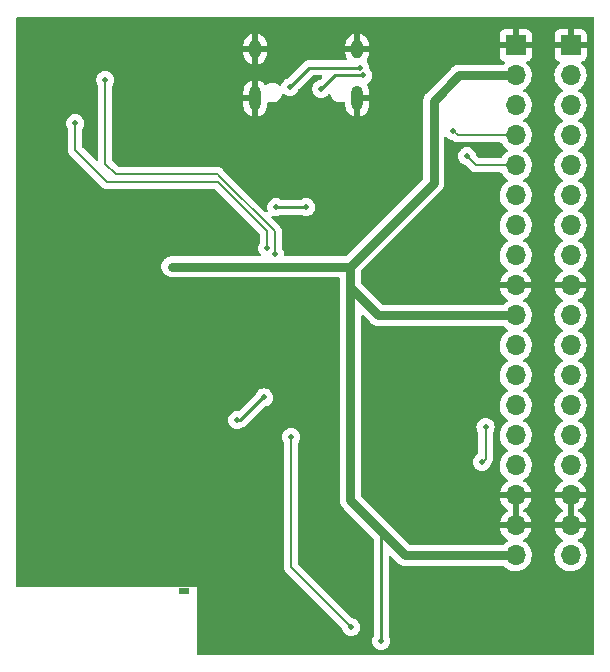
<source format=gbr>
%TF.GenerationSoftware,KiCad,Pcbnew,(6.0.5)*%
%TF.CreationDate,2022-07-08T09:53:05+08:00*%
%TF.ProjectId,ESP32C3,45535033-3243-4332-9e6b-696361645f70,rev?*%
%TF.SameCoordinates,Original*%
%TF.FileFunction,Copper,L2,Bot*%
%TF.FilePolarity,Positive*%
%FSLAX46Y46*%
G04 Gerber Fmt 4.6, Leading zero omitted, Abs format (unit mm)*
G04 Created by KiCad (PCBNEW (6.0.5)) date 2022-07-08 09:53:05*
%MOMM*%
%LPD*%
G01*
G04 APERTURE LIST*
%TA.AperFunction,ComponentPad*%
%ADD10R,1.700000X1.700000*%
%TD*%
%TA.AperFunction,ComponentPad*%
%ADD11O,1.700000X1.700000*%
%TD*%
%TA.AperFunction,ComponentPad*%
%ADD12O,1.000000X1.600000*%
%TD*%
%TA.AperFunction,ComponentPad*%
%ADD13O,1.000000X2.100000*%
%TD*%
%TA.AperFunction,ComponentPad*%
%ADD14R,0.900000X0.500000*%
%TD*%
%TA.AperFunction,ViaPad*%
%ADD15C,0.499999*%
%TD*%
%TA.AperFunction,Conductor*%
%ADD16C,0.254000*%
%TD*%
%TA.AperFunction,Conductor*%
%ADD17C,0.762000*%
%TD*%
%TA.AperFunction,Conductor*%
%ADD18C,0.200000*%
%TD*%
G04 APERTURE END LIST*
D10*
%TO.P,J4,1,Pin_1*%
%TO.N,GND*%
X89306000Y-32893000D03*
D11*
%TO.P,J4,2,Pin_2*%
%TO.N,VDD3P3_CPU*%
X89306000Y-35433000D03*
%TO.P,J4,3,Pin_3*%
%TO.N,/GPIO10*%
X89306000Y-37973000D03*
%TO.P,J4,4,Pin_4*%
%TO.N,BOOT*%
X89306000Y-40513000D03*
%TO.P,J4,5,Pin_5*%
%TO.N,/GPIO8*%
X89306000Y-43053000D03*
%TO.P,J4,6,Pin_6*%
%TO.N,/GPIO7*%
X89306000Y-45593000D03*
%TO.P,J4,7,Pin_7*%
%TO.N,/GPIO6*%
X89306000Y-48133000D03*
%TO.P,J4,8,Pin_8*%
%TO.N,/GPIO5*%
X89306000Y-50673000D03*
%TO.P,J4,9,Pin_9*%
%TO.N,GND*%
X89306000Y-53213000D03*
%TO.P,J4,10,Pin_10*%
%TO.N,VDD3P3_CPU*%
X89306000Y-55753000D03*
%TO.P,J4,11,Pin_11*%
%TO.N,/GPIO4*%
X89306000Y-58293000D03*
%TO.P,J4,12,Pin_12*%
%TO.N,/GPIO3*%
X89306000Y-60833000D03*
%TO.P,J4,13,Pin_13*%
%TO.N,/GPIO2*%
X89306000Y-63373000D03*
%TO.P,J4,14,Pin_14*%
%TO.N,/GPIO1*%
X89306000Y-65913000D03*
%TO.P,J4,15,Pin_15*%
%TO.N,/GPIO0*%
X89306000Y-68453000D03*
%TO.P,J4,16,Pin_16*%
%TO.N,GND*%
X89306000Y-70993000D03*
%TO.P,J4,17,Pin_17*%
X89306000Y-73533000D03*
%TO.P,J4,18,Pin_18*%
%TO.N,VDD3P3_CPU*%
X89306000Y-76073000D03*
%TD*%
D12*
%TO.P,J1,S1,SHIELD*%
%TO.N,GND*%
X62609000Y-33215000D03*
D13*
X62609000Y-37395000D03*
X71249000Y-37395000D03*
D12*
X71249000Y-33215000D03*
%TD*%
D10*
%TO.P,J3,1,Pin_1*%
%TO.N,GND*%
X84656000Y-32893000D03*
D11*
%TO.P,J3,2,Pin_2*%
%TO.N,VDD3P3_CPU*%
X84656000Y-35433000D03*
%TO.P,J3,3,Pin_3*%
%TO.N,/GPIO10*%
X84656000Y-37973000D03*
%TO.P,J3,4,Pin_4*%
%TO.N,BOOT*%
X84656000Y-40513000D03*
%TO.P,J3,5,Pin_5*%
%TO.N,/GPIO8*%
X84656000Y-43053000D03*
%TO.P,J3,6,Pin_6*%
%TO.N,/GPIO7*%
X84656000Y-45593000D03*
%TO.P,J3,7,Pin_7*%
%TO.N,/GPIO6*%
X84656000Y-48133000D03*
%TO.P,J3,8,Pin_8*%
%TO.N,/GPIO5*%
X84656000Y-50673000D03*
%TO.P,J3,9,Pin_9*%
%TO.N,GND*%
X84656000Y-53213000D03*
%TO.P,J3,10,Pin_10*%
%TO.N,VDD3P3_CPU*%
X84656000Y-55753000D03*
%TO.P,J3,11,Pin_11*%
%TO.N,/GPIO4*%
X84656000Y-58293000D03*
%TO.P,J3,12,Pin_12*%
%TO.N,/GPIO3*%
X84656000Y-60833000D03*
%TO.P,J3,13,Pin_13*%
%TO.N,/GPIO2*%
X84656000Y-63373000D03*
%TO.P,J3,14,Pin_14*%
%TO.N,/GPIO1*%
X84656000Y-65913000D03*
%TO.P,J3,15,Pin_15*%
%TO.N,/GPIO0*%
X84656000Y-68453000D03*
%TO.P,J3,16,Pin_16*%
%TO.N,GND*%
X84656000Y-70993000D03*
%TO.P,J3,17,Pin_17*%
X84656000Y-73533000D03*
%TO.P,J3,18,Pin_18*%
%TO.N,VDD3P3_CPU*%
X84656000Y-76073000D03*
%TD*%
D14*
%TO.P,AE1,2,PCB_Trace*%
%TO.N,GND*%
X56583000Y-79121000D03*
%TD*%
D15*
%TO.N,GND*%
X66802000Y-60960000D03*
X66929000Y-41836293D03*
X67183000Y-60579000D03*
X66421000Y-62103000D03*
X65659000Y-60579000D03*
X67945000Y-61341000D03*
X66040000Y-60198000D03*
X66040000Y-61722000D03*
X67183000Y-62103000D03*
X56642000Y-61341000D03*
X66421000Y-59817000D03*
X66802000Y-60198000D03*
X66802000Y-59436000D03*
X66421000Y-60579000D03*
X65659000Y-61341000D03*
X67945000Y-60579000D03*
X67564000Y-60198000D03*
X74422000Y-62103000D03*
X68326000Y-60960000D03*
X66040000Y-60960000D03*
X61595000Y-48641000D03*
X67183000Y-61341000D03*
X66421000Y-61341000D03*
X67564000Y-60960000D03*
X66802000Y-62484000D03*
X66802000Y-61722000D03*
X67183000Y-59817000D03*
X65278000Y-60960000D03*
X58420000Y-58039000D03*
X67564000Y-61722000D03*
%TO.N,+5V*%
X66929000Y-46609000D03*
X64389000Y-46609000D03*
%TO.N,VDD3P3_CPU*%
X70739000Y-59817000D03*
X77724000Y-40640000D03*
X70739000Y-64135000D03*
X73279000Y-83312000D03*
X55560000Y-51628000D03*
%TO.N,VDD3P3*%
X63349618Y-62714618D03*
X61087000Y-64643000D03*
%TO.N,EN*%
X65659000Y-66054060D03*
X70739000Y-82169000D03*
%TO.N,BOOT*%
X79375000Y-40132000D03*
%TO.N,/U0_RX*%
X49911000Y-35814000D03*
X64262000Y-50546000D03*
%TO.N,Net-(J1-PadA5)*%
X68199000Y-36576000D03*
X71755000Y-35433000D03*
%TO.N,Net-(J1-PadB5)*%
X71495212Y-34783530D03*
X65532000Y-36449000D03*
%TO.N,Net-(R4-Pad1)*%
X47371000Y-39497000D03*
X63627000Y-50038000D03*
%TO.N,/GPIO8*%
X80518000Y-42291000D03*
%TO.N,/GPIO2*%
X82105500Y-65214500D03*
X81788000Y-68199000D03*
%TD*%
D16*
%TO.N,+5V*%
X64389000Y-46609000D02*
X66929000Y-46609000D01*
D17*
%TO.N,VDD3P3_CPU*%
X70673000Y-71435000D02*
X73469500Y-74231500D01*
X77724000Y-40640000D02*
X77724000Y-37592000D01*
X79883000Y-35433000D02*
X84656000Y-35433000D01*
X73469500Y-74231500D02*
X75311000Y-76073000D01*
X77724000Y-37592000D02*
X79883000Y-35433000D01*
X70673000Y-53401000D02*
X70673000Y-71435000D01*
X70673000Y-51628000D02*
X70673000Y-53401000D01*
X55560000Y-51628000D02*
X70673000Y-51628000D01*
X75311000Y-76073000D02*
X84656000Y-76073000D01*
X70673000Y-51628000D02*
X77724000Y-44577000D01*
D16*
X73279000Y-74422000D02*
X73469500Y-74231500D01*
D17*
X77724000Y-44577000D02*
X77724000Y-40640000D01*
X73025000Y-55753000D02*
X84656000Y-55753000D01*
X70673000Y-53401000D02*
X73025000Y-55753000D01*
D16*
X73279000Y-83312000D02*
X73279000Y-74422000D01*
%TO.N,VDD3P3*%
X63269382Y-62714618D02*
X61341000Y-64643000D01*
X61341000Y-64643000D02*
X61087000Y-64643000D01*
X63349618Y-62714618D02*
X63269382Y-62714618D01*
D18*
%TO.N,EN*%
X65659000Y-66054060D02*
X65659000Y-77089000D01*
X65659000Y-77089000D02*
X70739000Y-82169000D01*
%TO.N,BOOT*%
X79756000Y-40513000D02*
X84656000Y-40513000D01*
X79375000Y-40132000D02*
X79756000Y-40513000D01*
%TO.N,/U0_RX*%
X64262000Y-48641000D02*
X59563000Y-43942000D01*
X59436000Y-43815000D02*
X52197000Y-43815000D01*
X64262000Y-50546000D02*
X64262000Y-48641000D01*
X59563000Y-43942000D02*
X59436000Y-43815000D01*
X52197000Y-43815000D02*
X50800000Y-43815000D01*
X49911000Y-42926000D02*
X49911000Y-35814000D01*
X50800000Y-43815000D02*
X49911000Y-42926000D01*
D16*
%TO.N,Net-(J1-PadA5)*%
X68199000Y-36576000D02*
X69342000Y-35433000D01*
X69342000Y-35433000D02*
X71755000Y-35433000D01*
%TO.N,Net-(J1-PadB5)*%
X65532000Y-36449000D02*
X67197470Y-34783530D01*
X67197470Y-34783530D02*
X71495212Y-34783530D01*
D18*
%TO.N,Net-(R4-Pad1)*%
X60198000Y-45212000D02*
X59436000Y-44450000D01*
X59436000Y-44450000D02*
X50038000Y-44450000D01*
X63627000Y-48641000D02*
X60198000Y-45212000D01*
X50038000Y-44450000D02*
X47371000Y-41783000D01*
X63627000Y-50038000D02*
X63627000Y-48641000D01*
X47371000Y-41783000D02*
X47371000Y-39497000D01*
%TO.N,/GPIO8*%
X81280000Y-43053000D02*
X80518000Y-42291000D01*
X84656000Y-43053000D02*
X81280000Y-43053000D01*
%TO.N,/GPIO2*%
X82105500Y-65214500D02*
X82105500Y-67881500D01*
X82105500Y-67881500D02*
X81788000Y-68199000D01*
%TD*%
%TA.AperFunction,Conductor*%
%TO.N,GND*%
G36*
X91254621Y-30538502D02*
G01*
X91301114Y-30592158D01*
X91312500Y-30644500D01*
X91312500Y-84375500D01*
X91292498Y-84443621D01*
X91238842Y-84490114D01*
X91186500Y-84501500D01*
X57784000Y-84501500D01*
X57715879Y-84481498D01*
X57669386Y-84427842D01*
X57658000Y-84375500D01*
X57658000Y-78740000D01*
X42455500Y-78740000D01*
X42387379Y-78719998D01*
X42340886Y-78666342D01*
X42329500Y-78614000D01*
X42329500Y-66043403D01*
X64895776Y-66043403D01*
X64912382Y-66212759D01*
X64966095Y-66374227D01*
X64969742Y-66380249D01*
X64969743Y-66380251D01*
X65032276Y-66483505D01*
X65050500Y-66548776D01*
X65050500Y-77040864D01*
X65049422Y-77057307D01*
X65045250Y-77089000D01*
X65050500Y-77128880D01*
X65050500Y-77128885D01*
X65063609Y-77228457D01*
X65066162Y-77247851D01*
X65127476Y-77395876D01*
X65132503Y-77402427D01*
X65132504Y-77402429D01*
X65200520Y-77491069D01*
X65200526Y-77491075D01*
X65225013Y-77522987D01*
X65231568Y-77528017D01*
X65250379Y-77542452D01*
X65262770Y-77553319D01*
X69955613Y-82246162D01*
X69989639Y-82308474D01*
X69991179Y-82318262D01*
X69991694Y-82320687D01*
X69992382Y-82327699D01*
X70046095Y-82489167D01*
X70049742Y-82495189D01*
X70049743Y-82495191D01*
X70067048Y-82523764D01*
X70134247Y-82634723D01*
X70139143Y-82639793D01*
X70158307Y-82659638D01*
X70252456Y-82757131D01*
X70394846Y-82850309D01*
X70554342Y-82909625D01*
X70561323Y-82910556D01*
X70561325Y-82910557D01*
X70607426Y-82916708D01*
X70723015Y-82932131D01*
X70730026Y-82931493D01*
X70730030Y-82931493D01*
X70885461Y-82917347D01*
X70892482Y-82916708D01*
X70899184Y-82914530D01*
X70899186Y-82914530D01*
X71047623Y-82866300D01*
X71047626Y-82866299D01*
X71054322Y-82864123D01*
X71126067Y-82821354D01*
X71194434Y-82780600D01*
X71194437Y-82780598D01*
X71200489Y-82776990D01*
X71323720Y-82659638D01*
X71417890Y-82517902D01*
X71426517Y-82495191D01*
X71475817Y-82365409D01*
X71475818Y-82365406D01*
X71478318Y-82358824D01*
X71502000Y-82190313D01*
X71502298Y-82169000D01*
X71483330Y-81999892D01*
X71427367Y-81839190D01*
X71337192Y-81694879D01*
X71277239Y-81634506D01*
X71222249Y-81579131D01*
X71222245Y-81579128D01*
X71217285Y-81574133D01*
X71073608Y-81482952D01*
X71045416Y-81472913D01*
X70919935Y-81428231D01*
X70919930Y-81428230D01*
X70913300Y-81425869D01*
X70906312Y-81425036D01*
X70906309Y-81425035D01*
X70892041Y-81423334D01*
X70826767Y-81395407D01*
X70817864Y-81387315D01*
X66304405Y-76873856D01*
X66270379Y-76811544D01*
X66267500Y-76784761D01*
X66267500Y-66546949D01*
X66288552Y-66477221D01*
X66326933Y-66419453D01*
X66337890Y-66402962D01*
X66346517Y-66380251D01*
X66395817Y-66250469D01*
X66395818Y-66250466D01*
X66398318Y-66243884D01*
X66422000Y-66075373D01*
X66422298Y-66054060D01*
X66412977Y-65970955D01*
X66404115Y-65891948D01*
X66404114Y-65891945D01*
X66403330Y-65884952D01*
X66347367Y-65724250D01*
X66341382Y-65714671D01*
X66260925Y-65585913D01*
X66257192Y-65579939D01*
X66197238Y-65519566D01*
X66142249Y-65464191D01*
X66142245Y-65464188D01*
X66137285Y-65459193D01*
X65993608Y-65368012D01*
X65833300Y-65310929D01*
X65664329Y-65290781D01*
X65657326Y-65291517D01*
X65657325Y-65291517D01*
X65502101Y-65307831D01*
X65502097Y-65307832D01*
X65495093Y-65308568D01*
X65488422Y-65310839D01*
X65340674Y-65361136D01*
X65340671Y-65361137D01*
X65334004Y-65363407D01*
X65328006Y-65367097D01*
X65328004Y-65367098D01*
X65267494Y-65404324D01*
X65189067Y-65452573D01*
X65184036Y-65457500D01*
X65184033Y-65457502D01*
X65162366Y-65478720D01*
X65067486Y-65571633D01*
X64975305Y-65714671D01*
X64972896Y-65721291D01*
X64972895Y-65721292D01*
X64969396Y-65730905D01*
X64917104Y-65874576D01*
X64895776Y-66043403D01*
X42329500Y-66043403D01*
X42329500Y-64632343D01*
X60323776Y-64632343D01*
X60340382Y-64801699D01*
X60394095Y-64963167D01*
X60397742Y-64969189D01*
X60397743Y-64969191D01*
X60448129Y-65052388D01*
X60482247Y-65108723D01*
X60600456Y-65231131D01*
X60742846Y-65324309D01*
X60902342Y-65383625D01*
X60909323Y-65384556D01*
X60909325Y-65384557D01*
X60955426Y-65390708D01*
X61071015Y-65406131D01*
X61078026Y-65405493D01*
X61078030Y-65405493D01*
X61233461Y-65391347D01*
X61240482Y-65390708D01*
X61247184Y-65388530D01*
X61247186Y-65388530D01*
X61395623Y-65340300D01*
X61395626Y-65340299D01*
X61402322Y-65338123D01*
X61548489Y-65250990D01*
X61548841Y-65251580D01*
X61582672Y-65234565D01*
X61584850Y-65233932D01*
X61595393Y-65230869D01*
X61602220Y-65226831D01*
X61602223Y-65226830D01*
X61612906Y-65220512D01*
X61630664Y-65211812D01*
X61642215Y-65207239D01*
X61642221Y-65207235D01*
X61649588Y-65204319D01*
X61685491Y-65178234D01*
X61695410Y-65171719D01*
X61726768Y-65153174D01*
X61726772Y-65153171D01*
X61733598Y-65149134D01*
X61747982Y-65134750D01*
X61763016Y-65121909D01*
X61773073Y-65114602D01*
X61779487Y-65109942D01*
X61807778Y-65075744D01*
X61815767Y-65066965D01*
X63379876Y-63502857D01*
X63442188Y-63468831D01*
X63457534Y-63466473D01*
X63503100Y-63462326D01*
X63509802Y-63460148D01*
X63509804Y-63460148D01*
X63658241Y-63411918D01*
X63658244Y-63411917D01*
X63664940Y-63409741D01*
X63773794Y-63344851D01*
X63805052Y-63326218D01*
X63805055Y-63326216D01*
X63811107Y-63322608D01*
X63934338Y-63205256D01*
X63967382Y-63155522D01*
X64024613Y-63069382D01*
X64028508Y-63063520D01*
X64075915Y-62938720D01*
X64086435Y-62911027D01*
X64086436Y-62911024D01*
X64088936Y-62904442D01*
X64112618Y-62735931D01*
X64112916Y-62714618D01*
X64093948Y-62545510D01*
X64037985Y-62384808D01*
X64032000Y-62375229D01*
X63951543Y-62246471D01*
X63947810Y-62240497D01*
X63872206Y-62164364D01*
X63832867Y-62124749D01*
X63832863Y-62124746D01*
X63827903Y-62119751D01*
X63684226Y-62028570D01*
X63523918Y-61971487D01*
X63354947Y-61951339D01*
X63347944Y-61952075D01*
X63347943Y-61952075D01*
X63192719Y-61968389D01*
X63192715Y-61968390D01*
X63185711Y-61969126D01*
X63179040Y-61971397D01*
X63031292Y-62021694D01*
X63031289Y-62021695D01*
X63024622Y-62023965D01*
X63018624Y-62027655D01*
X63018622Y-62027656D01*
X63010997Y-62032347D01*
X62879685Y-62113131D01*
X62874654Y-62118058D01*
X62874651Y-62118060D01*
X62862828Y-62129638D01*
X62758104Y-62232191D01*
X62665923Y-62375229D01*
X62660014Y-62391463D01*
X62650230Y-62418345D01*
X62620924Y-62464344D01*
X61236747Y-63848520D01*
X61174435Y-63882546D01*
X61132734Y-63884539D01*
X61092329Y-63879721D01*
X61085326Y-63880457D01*
X61085325Y-63880457D01*
X60930101Y-63896771D01*
X60930097Y-63896772D01*
X60923093Y-63897508D01*
X60916422Y-63899779D01*
X60768674Y-63950076D01*
X60768671Y-63950077D01*
X60762004Y-63952347D01*
X60617067Y-64041513D01*
X60612036Y-64046440D01*
X60612033Y-64046442D01*
X60582792Y-64075077D01*
X60495486Y-64160573D01*
X60403305Y-64303611D01*
X60345104Y-64463516D01*
X60323776Y-64632343D01*
X42329500Y-64632343D01*
X42329500Y-39486343D01*
X46607776Y-39486343D01*
X46624382Y-39655699D01*
X46678095Y-39817167D01*
X46681742Y-39823189D01*
X46681743Y-39823191D01*
X46744276Y-39926445D01*
X46762500Y-39991716D01*
X46762500Y-41734864D01*
X46761422Y-41751307D01*
X46757250Y-41783000D01*
X46758328Y-41791189D01*
X46759008Y-41796357D01*
X46762500Y-41822880D01*
X46762500Y-41822885D01*
X46774969Y-41917598D01*
X46778162Y-41941851D01*
X46839476Y-42089876D01*
X46844503Y-42096427D01*
X46844504Y-42096429D01*
X46912520Y-42185069D01*
X46912526Y-42185075D01*
X46937013Y-42216987D01*
X46943568Y-42222017D01*
X46962379Y-42236452D01*
X46974770Y-42247319D01*
X49573685Y-44846234D01*
X49584552Y-44858625D01*
X49604013Y-44883987D01*
X49610563Y-44889013D01*
X49635921Y-44908471D01*
X49635937Y-44908485D01*
X49656646Y-44924375D01*
X49731124Y-44981524D01*
X49879149Y-45042838D01*
X50038000Y-45063751D01*
X50069699Y-45059578D01*
X50086144Y-45058500D01*
X59131761Y-45058500D01*
X59199882Y-45078502D01*
X59220856Y-45095405D01*
X62981595Y-48856144D01*
X63015621Y-48918456D01*
X63018500Y-48945239D01*
X63018500Y-49544846D01*
X62998412Y-49613101D01*
X62943305Y-49698611D01*
X62940896Y-49705231D01*
X62940895Y-49705232D01*
X62889799Y-49845617D01*
X62885104Y-49858516D01*
X62863776Y-50027343D01*
X62880382Y-50196699D01*
X62934095Y-50358167D01*
X62937742Y-50364189D01*
X62937743Y-50364191D01*
X62970071Y-50417570D01*
X63022247Y-50503723D01*
X63042770Y-50524975D01*
X63075701Y-50587869D01*
X63069401Y-50658586D01*
X63025869Y-50714670D01*
X62952132Y-50738500D01*
X55513380Y-50738500D01*
X55403197Y-50750081D01*
X55380608Y-50752455D01*
X55380607Y-50752455D01*
X55374044Y-50753145D01*
X55367766Y-50755185D01*
X55367765Y-50755185D01*
X55270278Y-50786861D01*
X55196215Y-50810925D01*
X55034285Y-50904415D01*
X55029378Y-50908833D01*
X55029377Y-50908834D01*
X54965863Y-50966023D01*
X54895331Y-51029530D01*
X54891452Y-51034869D01*
X54793378Y-51169857D01*
X54785427Y-51180800D01*
X54782743Y-51186828D01*
X54782742Y-51186830D01*
X54737869Y-51287616D01*
X54709375Y-51351615D01*
X54670500Y-51534510D01*
X54670500Y-51721490D01*
X54671872Y-51727943D01*
X54671872Y-51727947D01*
X54689937Y-51812937D01*
X54709375Y-51904385D01*
X54712060Y-51910414D01*
X54712060Y-51910416D01*
X54773599Y-52048633D01*
X54785427Y-52075200D01*
X54895331Y-52226470D01*
X55034285Y-52351585D01*
X55040006Y-52354888D01*
X55093766Y-52385926D01*
X55196215Y-52445075D01*
X55202501Y-52447117D01*
X55202500Y-52447117D01*
X55367765Y-52500815D01*
X55367766Y-52500815D01*
X55374044Y-52502855D01*
X55380607Y-52503545D01*
X55380608Y-52503545D01*
X55403197Y-52505919D01*
X55513380Y-52517500D01*
X69657500Y-52517500D01*
X69725621Y-52537502D01*
X69772114Y-52591158D01*
X69783500Y-52643500D01*
X69783500Y-53321075D01*
X69781949Y-53340785D01*
X69779826Y-53354190D01*
X69780171Y-53360778D01*
X69780171Y-53360782D01*
X69783327Y-53420999D01*
X69783500Y-53427593D01*
X69783500Y-71355075D01*
X69781949Y-71374785D01*
X69779826Y-71388190D01*
X69780171Y-71394778D01*
X69780171Y-71394782D01*
X69783327Y-71454999D01*
X69783500Y-71461593D01*
X69783500Y-71481620D01*
X69783844Y-71484891D01*
X69783844Y-71484895D01*
X69785593Y-71501539D01*
X69786110Y-71508113D01*
X69789611Y-71574915D01*
X69791320Y-71581292D01*
X69791320Y-71581293D01*
X69793124Y-71588023D01*
X69796728Y-71607470D01*
X69798145Y-71620956D01*
X69800187Y-71627240D01*
X69818818Y-71684582D01*
X69820691Y-71690906D01*
X69838006Y-71755524D01*
X69844167Y-71767616D01*
X69851730Y-71785875D01*
X69855925Y-71798785D01*
X69886057Y-71850975D01*
X69889376Y-71856724D01*
X69892523Y-71862520D01*
X69922893Y-71922125D01*
X69927050Y-71927258D01*
X69931432Y-71932670D01*
X69942625Y-71948955D01*
X69946116Y-71955002D01*
X69946119Y-71955005D01*
X69949415Y-71960715D01*
X69953827Y-71965615D01*
X69953830Y-71965619D01*
X69994175Y-72010425D01*
X69998463Y-72015446D01*
X70011063Y-72031006D01*
X70025210Y-72045153D01*
X70029751Y-72049937D01*
X70074530Y-72099669D01*
X70085518Y-72107652D01*
X70100546Y-72120489D01*
X72606595Y-74626538D01*
X72640621Y-74688850D01*
X72643500Y-74715633D01*
X72643500Y-82860742D01*
X72623412Y-82928997D01*
X72595305Y-82972611D01*
X72592896Y-82979231D01*
X72592895Y-82979232D01*
X72589396Y-82988845D01*
X72537104Y-83132516D01*
X72515776Y-83301343D01*
X72532382Y-83470699D01*
X72586095Y-83632167D01*
X72589742Y-83638189D01*
X72589743Y-83638191D01*
X72607048Y-83666764D01*
X72674247Y-83777723D01*
X72679143Y-83782793D01*
X72698307Y-83802638D01*
X72792456Y-83900131D01*
X72934846Y-83993309D01*
X73094342Y-84052625D01*
X73101323Y-84053556D01*
X73101325Y-84053557D01*
X73147426Y-84059708D01*
X73263015Y-84075131D01*
X73270026Y-84074493D01*
X73270030Y-84074493D01*
X73425461Y-84060347D01*
X73432482Y-84059708D01*
X73439184Y-84057530D01*
X73439186Y-84057530D01*
X73587623Y-84009300D01*
X73587626Y-84009299D01*
X73594322Y-84007123D01*
X73666067Y-83964354D01*
X73734434Y-83923600D01*
X73734437Y-83923598D01*
X73740489Y-83919990D01*
X73863720Y-83802638D01*
X73957890Y-83660902D01*
X73966517Y-83638191D01*
X74015817Y-83508409D01*
X74015818Y-83508406D01*
X74018318Y-83501824D01*
X74042000Y-83333313D01*
X74042298Y-83312000D01*
X74023330Y-83142892D01*
X73967367Y-82982190D01*
X73933646Y-82928225D01*
X73914500Y-82861455D01*
X73914500Y-76238633D01*
X73934502Y-76170512D01*
X73988158Y-76124019D01*
X74058432Y-76113915D01*
X74123012Y-76143409D01*
X74129595Y-76149538D01*
X74625511Y-76645454D01*
X74638348Y-76660482D01*
X74646331Y-76671470D01*
X74651233Y-76675883D01*
X74651234Y-76675885D01*
X74696063Y-76716249D01*
X74700847Y-76720790D01*
X74714994Y-76734937D01*
X74717552Y-76737009D01*
X74717556Y-76737012D01*
X74730561Y-76747543D01*
X74735576Y-76751827D01*
X74785285Y-76796585D01*
X74797044Y-76803374D01*
X74813329Y-76814567D01*
X74818740Y-76818948D01*
X74823875Y-76823106D01*
X74829759Y-76826104D01*
X74829762Y-76826106D01*
X74883481Y-76853478D01*
X74889276Y-76856624D01*
X74947215Y-76890075D01*
X74953499Y-76892117D01*
X74953504Y-76892119D01*
X74960121Y-76894269D01*
X74978385Y-76901834D01*
X74984587Y-76904994D01*
X74990475Y-76907994D01*
X75055101Y-76925310D01*
X75061408Y-76927178D01*
X75125044Y-76947855D01*
X75131610Y-76948545D01*
X75131614Y-76948546D01*
X75138544Y-76949275D01*
X75157977Y-76952876D01*
X75162965Y-76954212D01*
X75171085Y-76956388D01*
X75177678Y-76956734D01*
X75177681Y-76956734D01*
X75237880Y-76959889D01*
X75244455Y-76960406D01*
X75264380Y-76962500D01*
X75284414Y-76962500D01*
X75291008Y-76962673D01*
X75351218Y-76965829D01*
X75351223Y-76965829D01*
X75357810Y-76966174D01*
X75364325Y-76965142D01*
X75364327Y-76965142D01*
X75371214Y-76964051D01*
X75390925Y-76962500D01*
X83571553Y-76962500D01*
X83639674Y-76982502D01*
X83666790Y-77006002D01*
X83702250Y-77046938D01*
X83874126Y-77189632D01*
X84067000Y-77302338D01*
X84275692Y-77382030D01*
X84280760Y-77383061D01*
X84280763Y-77383062D01*
X84375956Y-77402429D01*
X84494597Y-77426567D01*
X84499772Y-77426757D01*
X84499774Y-77426757D01*
X84712673Y-77434564D01*
X84712677Y-77434564D01*
X84717837Y-77434753D01*
X84722957Y-77434097D01*
X84722959Y-77434097D01*
X84934288Y-77407025D01*
X84934289Y-77407025D01*
X84939416Y-77406368D01*
X84944366Y-77404883D01*
X85148429Y-77343661D01*
X85148434Y-77343659D01*
X85153384Y-77342174D01*
X85353994Y-77243896D01*
X85535860Y-77114173D01*
X85552904Y-77097189D01*
X85684723Y-76965829D01*
X85694096Y-76956489D01*
X85716503Y-76925307D01*
X85821435Y-76779277D01*
X85824453Y-76775077D01*
X85844292Y-76734937D01*
X85921136Y-76579453D01*
X85921137Y-76579451D01*
X85923430Y-76574811D01*
X85988370Y-76361069D01*
X86017529Y-76139590D01*
X86017611Y-76136240D01*
X86019074Y-76076365D01*
X86019074Y-76076361D01*
X86019156Y-76073000D01*
X86016418Y-76039695D01*
X87943251Y-76039695D01*
X87943548Y-76044848D01*
X87943548Y-76044851D01*
X87949011Y-76139590D01*
X87956110Y-76262715D01*
X87957247Y-76267761D01*
X87957248Y-76267767D01*
X87977119Y-76355939D01*
X88005222Y-76480639D01*
X88043461Y-76574811D01*
X88084503Y-76675885D01*
X88089266Y-76687616D01*
X88205987Y-76878088D01*
X88209367Y-76881990D01*
X88218141Y-76892119D01*
X88352250Y-77046938D01*
X88524126Y-77189632D01*
X88717000Y-77302338D01*
X88925692Y-77382030D01*
X88930760Y-77383061D01*
X88930763Y-77383062D01*
X89025956Y-77402429D01*
X89144597Y-77426567D01*
X89149772Y-77426757D01*
X89149774Y-77426757D01*
X89362673Y-77434564D01*
X89362677Y-77434564D01*
X89367837Y-77434753D01*
X89372957Y-77434097D01*
X89372959Y-77434097D01*
X89584288Y-77407025D01*
X89584289Y-77407025D01*
X89589416Y-77406368D01*
X89594366Y-77404883D01*
X89798429Y-77343661D01*
X89798434Y-77343659D01*
X89803384Y-77342174D01*
X90003994Y-77243896D01*
X90185860Y-77114173D01*
X90202904Y-77097189D01*
X90334723Y-76965829D01*
X90344096Y-76956489D01*
X90366503Y-76925307D01*
X90471435Y-76779277D01*
X90474453Y-76775077D01*
X90494292Y-76734937D01*
X90571136Y-76579453D01*
X90571137Y-76579451D01*
X90573430Y-76574811D01*
X90638370Y-76361069D01*
X90667529Y-76139590D01*
X90667611Y-76136240D01*
X90669074Y-76076365D01*
X90669074Y-76076361D01*
X90669156Y-76073000D01*
X90650852Y-75850361D01*
X90596431Y-75633702D01*
X90507354Y-75428840D01*
X90386014Y-75241277D01*
X90235670Y-75076051D01*
X90231619Y-75072852D01*
X90231615Y-75072848D01*
X90064414Y-74940800D01*
X90064410Y-74940798D01*
X90060359Y-74937598D01*
X90018569Y-74914529D01*
X89968598Y-74864097D01*
X89953826Y-74794654D01*
X89978942Y-74728248D01*
X90006294Y-74701641D01*
X90181328Y-74576792D01*
X90189200Y-74570139D01*
X90340052Y-74419812D01*
X90346730Y-74411965D01*
X90471003Y-74239020D01*
X90476313Y-74230183D01*
X90570670Y-74039267D01*
X90574469Y-74029672D01*
X90636377Y-73825910D01*
X90638555Y-73815837D01*
X90639986Y-73804962D01*
X90637775Y-73790778D01*
X90624617Y-73787000D01*
X87989225Y-73787000D01*
X87975694Y-73790973D01*
X87974257Y-73800966D01*
X88004565Y-73935446D01*
X88007645Y-73945275D01*
X88087770Y-74142603D01*
X88092413Y-74151794D01*
X88203694Y-74333388D01*
X88209777Y-74341699D01*
X88349213Y-74502667D01*
X88356580Y-74509883D01*
X88520434Y-74645916D01*
X88528881Y-74651831D01*
X88597969Y-74692203D01*
X88646693Y-74743842D01*
X88659764Y-74813625D01*
X88633033Y-74879396D01*
X88592584Y-74912752D01*
X88579607Y-74919507D01*
X88575474Y-74922610D01*
X88575471Y-74922612D01*
X88551247Y-74940800D01*
X88400965Y-75053635D01*
X88246629Y-75215138D01*
X88120743Y-75399680D01*
X88026688Y-75602305D01*
X87966989Y-75817570D01*
X87943251Y-76039695D01*
X86016418Y-76039695D01*
X86000852Y-75850361D01*
X85946431Y-75633702D01*
X85857354Y-75428840D01*
X85736014Y-75241277D01*
X85585670Y-75076051D01*
X85581619Y-75072852D01*
X85581615Y-75072848D01*
X85414414Y-74940800D01*
X85414410Y-74940798D01*
X85410359Y-74937598D01*
X85368569Y-74914529D01*
X85318598Y-74864097D01*
X85303826Y-74794654D01*
X85328942Y-74728248D01*
X85356294Y-74701641D01*
X85531328Y-74576792D01*
X85539200Y-74570139D01*
X85690052Y-74419812D01*
X85696730Y-74411965D01*
X85821003Y-74239020D01*
X85826313Y-74230183D01*
X85920670Y-74039267D01*
X85924469Y-74029672D01*
X85986377Y-73825910D01*
X85988555Y-73815837D01*
X85989986Y-73804962D01*
X85987775Y-73790778D01*
X85974617Y-73787000D01*
X83339225Y-73787000D01*
X83325694Y-73790973D01*
X83324257Y-73800966D01*
X83354565Y-73935446D01*
X83357645Y-73945275D01*
X83437770Y-74142603D01*
X83442413Y-74151794D01*
X83553694Y-74333388D01*
X83559777Y-74341699D01*
X83699213Y-74502667D01*
X83706580Y-74509883D01*
X83870434Y-74645916D01*
X83878881Y-74651831D01*
X83947969Y-74692203D01*
X83996693Y-74743842D01*
X84009764Y-74813625D01*
X83983033Y-74879396D01*
X83942584Y-74912752D01*
X83929607Y-74919507D01*
X83925474Y-74922610D01*
X83925471Y-74922612D01*
X83901247Y-74940800D01*
X83750965Y-75053635D01*
X83747393Y-75057373D01*
X83664084Y-75144551D01*
X83602560Y-75179981D01*
X83572990Y-75183500D01*
X75731633Y-75183500D01*
X75663512Y-75163498D01*
X75642538Y-75146595D01*
X73763126Y-73267183D01*
X83320389Y-73267183D01*
X83321912Y-73275607D01*
X83334292Y-73279000D01*
X84383885Y-73279000D01*
X84399124Y-73274525D01*
X84400329Y-73273135D01*
X84402000Y-73265452D01*
X84402000Y-73260885D01*
X84910000Y-73260885D01*
X84914475Y-73276124D01*
X84915865Y-73277329D01*
X84923548Y-73279000D01*
X85974344Y-73279000D01*
X85987875Y-73275027D01*
X85989002Y-73267183D01*
X87970389Y-73267183D01*
X87971912Y-73275607D01*
X87984292Y-73279000D01*
X89033885Y-73279000D01*
X89049124Y-73274525D01*
X89050329Y-73273135D01*
X89052000Y-73265452D01*
X89052000Y-73260885D01*
X89560000Y-73260885D01*
X89564475Y-73276124D01*
X89565865Y-73277329D01*
X89573548Y-73279000D01*
X90624344Y-73279000D01*
X90637875Y-73275027D01*
X90639180Y-73265947D01*
X90597214Y-73098875D01*
X90593894Y-73089124D01*
X90508972Y-72893814D01*
X90504105Y-72884739D01*
X90388426Y-72705926D01*
X90382136Y-72697757D01*
X90238806Y-72540240D01*
X90231273Y-72533215D01*
X90064139Y-72401222D01*
X90055552Y-72395517D01*
X90018116Y-72374851D01*
X89968146Y-72324419D01*
X89953374Y-72254976D01*
X89978490Y-72188571D01*
X90005842Y-72161964D01*
X90181327Y-72036792D01*
X90189200Y-72030139D01*
X90340052Y-71879812D01*
X90346730Y-71871965D01*
X90471003Y-71699020D01*
X90476313Y-71690183D01*
X90570670Y-71499267D01*
X90574469Y-71489672D01*
X90636377Y-71285910D01*
X90638555Y-71275837D01*
X90639986Y-71264962D01*
X90637775Y-71250778D01*
X90624617Y-71247000D01*
X89578115Y-71247000D01*
X89562876Y-71251475D01*
X89561671Y-71252865D01*
X89560000Y-71260548D01*
X89560000Y-73260885D01*
X89052000Y-73260885D01*
X89052000Y-71265115D01*
X89047525Y-71249876D01*
X89046135Y-71248671D01*
X89038452Y-71247000D01*
X87989225Y-71247000D01*
X87975694Y-71250973D01*
X87974257Y-71260966D01*
X88004565Y-71395446D01*
X88007645Y-71405275D01*
X88087770Y-71602603D01*
X88092413Y-71611794D01*
X88203694Y-71793388D01*
X88209777Y-71801699D01*
X88349213Y-71962667D01*
X88356580Y-71969883D01*
X88520434Y-72105916D01*
X88528881Y-72111831D01*
X88598479Y-72152501D01*
X88647203Y-72204140D01*
X88660274Y-72273923D01*
X88633543Y-72339694D01*
X88593087Y-72373053D01*
X88584462Y-72377542D01*
X88575738Y-72383036D01*
X88405433Y-72510905D01*
X88397726Y-72517748D01*
X88250590Y-72671717D01*
X88244104Y-72679727D01*
X88124098Y-72855649D01*
X88119000Y-72864623D01*
X88029338Y-73057783D01*
X88025775Y-73067470D01*
X87970389Y-73267183D01*
X85989002Y-73267183D01*
X85989180Y-73265947D01*
X85947214Y-73098875D01*
X85943894Y-73089124D01*
X85858972Y-72893814D01*
X85854105Y-72884739D01*
X85738426Y-72705926D01*
X85732136Y-72697757D01*
X85588806Y-72540240D01*
X85581273Y-72533215D01*
X85414139Y-72401222D01*
X85405552Y-72395517D01*
X85368116Y-72374851D01*
X85318146Y-72324419D01*
X85303374Y-72254976D01*
X85328490Y-72188571D01*
X85355842Y-72161964D01*
X85531327Y-72036792D01*
X85539200Y-72030139D01*
X85690052Y-71879812D01*
X85696730Y-71871965D01*
X85821003Y-71699020D01*
X85826313Y-71690183D01*
X85920670Y-71499267D01*
X85924469Y-71489672D01*
X85986377Y-71285910D01*
X85988555Y-71275837D01*
X85989986Y-71264962D01*
X85987775Y-71250778D01*
X85974617Y-71247000D01*
X84928115Y-71247000D01*
X84912876Y-71251475D01*
X84911671Y-71252865D01*
X84910000Y-71260548D01*
X84910000Y-73260885D01*
X84402000Y-73260885D01*
X84402000Y-71265115D01*
X84397525Y-71249876D01*
X84396135Y-71248671D01*
X84388452Y-71247000D01*
X83339225Y-71247000D01*
X83325694Y-71250973D01*
X83324257Y-71260966D01*
X83354565Y-71395446D01*
X83357645Y-71405275D01*
X83437770Y-71602603D01*
X83442413Y-71611794D01*
X83553694Y-71793388D01*
X83559777Y-71801699D01*
X83699213Y-71962667D01*
X83706580Y-71969883D01*
X83870434Y-72105916D01*
X83878881Y-72111831D01*
X83948479Y-72152501D01*
X83997203Y-72204140D01*
X84010274Y-72273923D01*
X83983543Y-72339694D01*
X83943087Y-72373053D01*
X83934462Y-72377542D01*
X83925738Y-72383036D01*
X83755433Y-72510905D01*
X83747726Y-72517748D01*
X83600590Y-72671717D01*
X83594104Y-72679727D01*
X83474098Y-72855649D01*
X83469000Y-72864623D01*
X83379338Y-73057783D01*
X83375775Y-73067470D01*
X83320389Y-73267183D01*
X73763126Y-73267183D01*
X71599405Y-71103462D01*
X71565379Y-71041150D01*
X71562500Y-71014367D01*
X71562500Y-68188343D01*
X81024776Y-68188343D01*
X81041382Y-68357699D01*
X81095095Y-68519167D01*
X81098742Y-68525189D01*
X81098743Y-68525191D01*
X81116048Y-68553764D01*
X81183247Y-68664723D01*
X81188143Y-68669793D01*
X81207307Y-68689638D01*
X81301456Y-68787131D01*
X81443846Y-68880309D01*
X81603342Y-68939625D01*
X81610323Y-68940556D01*
X81610325Y-68940557D01*
X81656426Y-68946708D01*
X81772015Y-68962131D01*
X81779026Y-68961493D01*
X81779030Y-68961493D01*
X81934461Y-68947347D01*
X81941482Y-68946708D01*
X81948184Y-68944530D01*
X81948186Y-68944530D01*
X82096623Y-68896300D01*
X82096626Y-68896299D01*
X82103322Y-68894123D01*
X82175067Y-68851354D01*
X82243434Y-68810600D01*
X82243437Y-68810598D01*
X82249489Y-68806990D01*
X82372720Y-68689638D01*
X82407330Y-68637547D01*
X82462995Y-68553764D01*
X82466890Y-68547902D01*
X82477645Y-68519590D01*
X82524817Y-68395409D01*
X82524818Y-68395406D01*
X82527318Y-68388824D01*
X82532590Y-68351309D01*
X82557401Y-68292141D01*
X82563973Y-68283576D01*
X82563978Y-68283571D01*
X82637024Y-68188376D01*
X82698338Y-68040351D01*
X82701846Y-68013702D01*
X82714000Y-67921385D01*
X82714000Y-67921380D01*
X82719250Y-67881500D01*
X82715078Y-67849807D01*
X82714000Y-67833364D01*
X82714000Y-65707389D01*
X82735052Y-65637661D01*
X82784390Y-65563402D01*
X82793017Y-65540691D01*
X82842317Y-65410909D01*
X82842318Y-65410906D01*
X82844818Y-65404324D01*
X82868500Y-65235813D01*
X82868798Y-65214500D01*
X82852250Y-65066965D01*
X82850615Y-65052388D01*
X82850614Y-65052385D01*
X82849830Y-65045392D01*
X82793867Y-64884690D01*
X82787882Y-64875111D01*
X82707425Y-64746353D01*
X82703692Y-64740379D01*
X82617811Y-64653897D01*
X82588749Y-64624631D01*
X82588745Y-64624628D01*
X82583785Y-64619633D01*
X82440108Y-64528452D01*
X82279800Y-64471369D01*
X82110829Y-64451221D01*
X82103826Y-64451957D01*
X82103825Y-64451957D01*
X81948601Y-64468271D01*
X81948597Y-64468272D01*
X81941593Y-64469008D01*
X81934922Y-64471279D01*
X81787174Y-64521576D01*
X81787171Y-64521577D01*
X81780504Y-64523847D01*
X81774506Y-64527537D01*
X81774504Y-64527538D01*
X81747915Y-64543896D01*
X81635567Y-64613013D01*
X81630536Y-64617940D01*
X81630533Y-64617942D01*
X81603110Y-64644797D01*
X81513986Y-64732073D01*
X81421805Y-64875111D01*
X81419396Y-64881731D01*
X81419395Y-64881732D01*
X81416193Y-64890530D01*
X81363604Y-65035016D01*
X81342276Y-65203843D01*
X81358882Y-65373199D01*
X81361106Y-65379884D01*
X81361106Y-65379885D01*
X81362350Y-65383625D01*
X81412595Y-65534667D01*
X81416242Y-65540689D01*
X81416243Y-65540691D01*
X81478776Y-65643945D01*
X81497000Y-65709216D01*
X81497000Y-67417013D01*
X81476998Y-67485134D01*
X81437022Y-67524330D01*
X81324073Y-67593817D01*
X81324067Y-67593822D01*
X81318067Y-67597513D01*
X81313036Y-67602440D01*
X81313033Y-67602442D01*
X81289368Y-67625617D01*
X81196486Y-67716573D01*
X81104305Y-67859611D01*
X81101896Y-67866231D01*
X81101895Y-67866232D01*
X81059648Y-67982305D01*
X81046104Y-68019516D01*
X81024776Y-68188343D01*
X71562500Y-68188343D01*
X71562500Y-55852633D01*
X71582502Y-55784512D01*
X71636158Y-55738019D01*
X71706432Y-55727915D01*
X71771012Y-55757409D01*
X71777595Y-55763538D01*
X72339511Y-56325454D01*
X72352348Y-56340482D01*
X72360331Y-56351470D01*
X72365233Y-56355883D01*
X72365234Y-56355885D01*
X72410063Y-56396249D01*
X72414847Y-56400790D01*
X72428994Y-56414937D01*
X72431552Y-56417009D01*
X72431556Y-56417012D01*
X72444561Y-56427543D01*
X72449576Y-56431827D01*
X72499285Y-56476585D01*
X72511044Y-56483374D01*
X72527329Y-56494567D01*
X72532740Y-56498948D01*
X72537875Y-56503106D01*
X72543759Y-56506104D01*
X72543762Y-56506106D01*
X72597481Y-56533478D01*
X72603276Y-56536624D01*
X72661215Y-56570075D01*
X72667499Y-56572117D01*
X72667504Y-56572119D01*
X72674121Y-56574269D01*
X72692385Y-56581834D01*
X72698587Y-56584994D01*
X72704475Y-56587994D01*
X72769101Y-56605310D01*
X72775408Y-56607178D01*
X72839044Y-56627855D01*
X72845610Y-56628545D01*
X72845614Y-56628546D01*
X72852544Y-56629275D01*
X72871977Y-56632876D01*
X72876965Y-56634212D01*
X72885085Y-56636388D01*
X72891678Y-56636734D01*
X72891681Y-56636734D01*
X72951880Y-56639889D01*
X72958455Y-56640406D01*
X72978380Y-56642500D01*
X72998414Y-56642500D01*
X73005008Y-56642673D01*
X73065218Y-56645829D01*
X73065223Y-56645829D01*
X73071810Y-56646174D01*
X73078325Y-56645142D01*
X73078327Y-56645142D01*
X73085214Y-56644051D01*
X73104925Y-56642500D01*
X83571553Y-56642500D01*
X83639674Y-56662502D01*
X83666790Y-56686002D01*
X83702250Y-56726938D01*
X83874126Y-56869632D01*
X83944595Y-56910811D01*
X83947445Y-56912476D01*
X83996169Y-56964114D01*
X84009240Y-57033897D01*
X83982509Y-57099669D01*
X83942055Y-57133027D01*
X83929607Y-57139507D01*
X83925474Y-57142610D01*
X83925471Y-57142612D01*
X83901247Y-57160800D01*
X83750965Y-57273635D01*
X83596629Y-57435138D01*
X83470743Y-57619680D01*
X83376688Y-57822305D01*
X83316989Y-58037570D01*
X83293251Y-58259695D01*
X83293548Y-58264848D01*
X83293548Y-58264851D01*
X83299011Y-58359590D01*
X83306110Y-58482715D01*
X83307247Y-58487761D01*
X83307248Y-58487767D01*
X83327119Y-58575939D01*
X83355222Y-58700639D01*
X83439266Y-58907616D01*
X83555987Y-59098088D01*
X83702250Y-59266938D01*
X83874126Y-59409632D01*
X83944595Y-59450811D01*
X83947445Y-59452476D01*
X83996169Y-59504114D01*
X84009240Y-59573897D01*
X83982509Y-59639669D01*
X83942055Y-59673027D01*
X83929607Y-59679507D01*
X83925474Y-59682610D01*
X83925471Y-59682612D01*
X83901247Y-59700800D01*
X83750965Y-59813635D01*
X83596629Y-59975138D01*
X83470743Y-60159680D01*
X83376688Y-60362305D01*
X83316989Y-60577570D01*
X83293251Y-60799695D01*
X83293548Y-60804848D01*
X83293548Y-60804851D01*
X83299011Y-60899590D01*
X83306110Y-61022715D01*
X83307247Y-61027761D01*
X83307248Y-61027767D01*
X83327119Y-61115939D01*
X83355222Y-61240639D01*
X83439266Y-61447616D01*
X83555987Y-61638088D01*
X83702250Y-61806938D01*
X83874126Y-61949632D01*
X83911527Y-61971487D01*
X83947445Y-61992476D01*
X83996169Y-62044114D01*
X84009240Y-62113897D01*
X83982509Y-62179669D01*
X83942055Y-62213027D01*
X83929607Y-62219507D01*
X83925474Y-62222610D01*
X83925471Y-62222612D01*
X83901247Y-62240800D01*
X83750965Y-62353635D01*
X83596629Y-62515138D01*
X83470743Y-62699680D01*
X83376688Y-62902305D01*
X83316989Y-63117570D01*
X83293251Y-63339695D01*
X83293548Y-63344848D01*
X83293548Y-63344851D01*
X83299011Y-63439590D01*
X83306110Y-63562715D01*
X83307247Y-63567761D01*
X83307248Y-63567767D01*
X83327119Y-63655939D01*
X83355222Y-63780639D01*
X83439266Y-63987616D01*
X83490019Y-64070438D01*
X83548882Y-64166493D01*
X83555987Y-64178088D01*
X83702250Y-64346938D01*
X83874126Y-64489632D01*
X83928792Y-64521576D01*
X83947445Y-64532476D01*
X83996169Y-64584114D01*
X84009240Y-64653897D01*
X83982509Y-64719669D01*
X83942055Y-64753027D01*
X83929607Y-64759507D01*
X83925474Y-64762610D01*
X83925471Y-64762612D01*
X83755100Y-64890530D01*
X83750965Y-64893635D01*
X83747393Y-64897373D01*
X83605943Y-65045392D01*
X83596629Y-65055138D01*
X83470743Y-65239680D01*
X83431460Y-65324309D01*
X83403494Y-65384557D01*
X83376688Y-65442305D01*
X83316989Y-65657570D01*
X83293251Y-65879695D01*
X83293548Y-65884848D01*
X83293548Y-65884851D01*
X83304759Y-66079283D01*
X83306110Y-66102715D01*
X83307247Y-66107761D01*
X83307248Y-66107767D01*
X83327119Y-66195939D01*
X83355222Y-66320639D01*
X83393461Y-66414811D01*
X83421355Y-66483505D01*
X83439266Y-66527616D01*
X83555987Y-66718088D01*
X83702250Y-66886938D01*
X83874126Y-67029632D01*
X83944595Y-67070811D01*
X83947445Y-67072476D01*
X83996169Y-67124114D01*
X84009240Y-67193897D01*
X83982509Y-67259669D01*
X83942055Y-67293027D01*
X83929607Y-67299507D01*
X83925474Y-67302610D01*
X83925471Y-67302612D01*
X83901247Y-67320800D01*
X83750965Y-67433635D01*
X83596629Y-67595138D01*
X83593715Y-67599410D01*
X83593714Y-67599411D01*
X83581404Y-67617457D01*
X83470743Y-67779680D01*
X83455003Y-67813590D01*
X83404966Y-67921386D01*
X83376688Y-67982305D01*
X83316989Y-68197570D01*
X83293251Y-68419695D01*
X83293548Y-68424848D01*
X83293548Y-68424851D01*
X83298986Y-68519167D01*
X83306110Y-68642715D01*
X83307247Y-68647761D01*
X83307248Y-68647767D01*
X83327119Y-68735939D01*
X83355222Y-68860639D01*
X83439266Y-69067616D01*
X83555987Y-69258088D01*
X83702250Y-69426938D01*
X83874126Y-69569632D01*
X83947955Y-69612774D01*
X83996679Y-69664412D01*
X84009750Y-69734195D01*
X83983019Y-69799967D01*
X83942562Y-69833327D01*
X83934457Y-69837546D01*
X83925738Y-69843036D01*
X83755433Y-69970905D01*
X83747726Y-69977748D01*
X83600590Y-70131717D01*
X83594104Y-70139727D01*
X83474098Y-70315649D01*
X83469000Y-70324623D01*
X83379338Y-70517783D01*
X83375775Y-70527470D01*
X83320389Y-70727183D01*
X83321912Y-70735607D01*
X83334292Y-70739000D01*
X85974344Y-70739000D01*
X85987875Y-70735027D01*
X85989180Y-70725947D01*
X85947214Y-70558875D01*
X85943894Y-70549124D01*
X85858972Y-70353814D01*
X85854105Y-70344739D01*
X85738426Y-70165926D01*
X85732136Y-70157757D01*
X85588806Y-70000240D01*
X85581273Y-69993215D01*
X85414139Y-69861222D01*
X85405556Y-69855520D01*
X85368602Y-69835120D01*
X85318631Y-69784687D01*
X85303859Y-69715245D01*
X85328975Y-69648839D01*
X85356327Y-69622232D01*
X85379797Y-69605491D01*
X85535860Y-69494173D01*
X85694096Y-69336489D01*
X85753594Y-69253689D01*
X85821435Y-69159277D01*
X85824453Y-69155077D01*
X85923430Y-68954811D01*
X85988370Y-68741069D01*
X86017529Y-68519590D01*
X86019156Y-68453000D01*
X86016418Y-68419695D01*
X87943251Y-68419695D01*
X87943548Y-68424848D01*
X87943548Y-68424851D01*
X87948986Y-68519167D01*
X87956110Y-68642715D01*
X87957247Y-68647761D01*
X87957248Y-68647767D01*
X87977119Y-68735939D01*
X88005222Y-68860639D01*
X88089266Y-69067616D01*
X88205987Y-69258088D01*
X88352250Y-69426938D01*
X88524126Y-69569632D01*
X88597955Y-69612774D01*
X88646679Y-69664412D01*
X88659750Y-69734195D01*
X88633019Y-69799967D01*
X88592562Y-69833327D01*
X88584457Y-69837546D01*
X88575738Y-69843036D01*
X88405433Y-69970905D01*
X88397726Y-69977748D01*
X88250590Y-70131717D01*
X88244104Y-70139727D01*
X88124098Y-70315649D01*
X88119000Y-70324623D01*
X88029338Y-70517783D01*
X88025775Y-70527470D01*
X87970389Y-70727183D01*
X87971912Y-70735607D01*
X87984292Y-70739000D01*
X90624344Y-70739000D01*
X90637875Y-70735027D01*
X90639180Y-70725947D01*
X90597214Y-70558875D01*
X90593894Y-70549124D01*
X90508972Y-70353814D01*
X90504105Y-70344739D01*
X90388426Y-70165926D01*
X90382136Y-70157757D01*
X90238806Y-70000240D01*
X90231273Y-69993215D01*
X90064139Y-69861222D01*
X90055556Y-69855520D01*
X90018602Y-69835120D01*
X89968631Y-69784687D01*
X89953859Y-69715245D01*
X89978975Y-69648839D01*
X90006327Y-69622232D01*
X90029797Y-69605491D01*
X90185860Y-69494173D01*
X90344096Y-69336489D01*
X90403594Y-69253689D01*
X90471435Y-69159277D01*
X90474453Y-69155077D01*
X90573430Y-68954811D01*
X90638370Y-68741069D01*
X90667529Y-68519590D01*
X90669156Y-68453000D01*
X90650852Y-68230361D01*
X90596431Y-68013702D01*
X90507354Y-67808840D01*
X90386014Y-67621277D01*
X90235670Y-67456051D01*
X90231619Y-67452852D01*
X90231615Y-67452848D01*
X90064414Y-67320800D01*
X90064410Y-67320798D01*
X90060359Y-67317598D01*
X90019053Y-67294796D01*
X89969084Y-67244364D01*
X89954312Y-67174921D01*
X89979428Y-67108516D01*
X90006780Y-67081909D01*
X90050603Y-67050650D01*
X90185860Y-66954173D01*
X90344096Y-66796489D01*
X90403594Y-66713689D01*
X90471435Y-66619277D01*
X90474453Y-66615077D01*
X90573430Y-66414811D01*
X90638370Y-66201069D01*
X90667529Y-65979590D01*
X90669156Y-65913000D01*
X90650852Y-65690361D01*
X90596431Y-65473702D01*
X90507354Y-65268840D01*
X90386014Y-65081277D01*
X90235670Y-64916051D01*
X90231619Y-64912852D01*
X90231615Y-64912848D01*
X90064414Y-64780800D01*
X90064410Y-64780798D01*
X90060359Y-64777598D01*
X90019053Y-64754796D01*
X89969084Y-64704364D01*
X89954312Y-64634921D01*
X89979428Y-64568516D01*
X90006780Y-64541909D01*
X90050603Y-64510650D01*
X90185860Y-64414173D01*
X90344096Y-64256489D01*
X90403594Y-64173689D01*
X90471435Y-64079277D01*
X90474453Y-64075077D01*
X90491042Y-64041513D01*
X90571136Y-63879453D01*
X90571137Y-63879451D01*
X90573430Y-63874811D01*
X90638370Y-63661069D01*
X90667529Y-63439590D01*
X90668258Y-63409741D01*
X90669074Y-63376365D01*
X90669074Y-63376361D01*
X90669156Y-63373000D01*
X90650852Y-63150361D01*
X90596431Y-62933702D01*
X90507354Y-62728840D01*
X90467906Y-62667862D01*
X90388822Y-62545617D01*
X90388820Y-62545614D01*
X90386014Y-62541277D01*
X90235670Y-62376051D01*
X90231619Y-62372852D01*
X90231615Y-62372848D01*
X90064414Y-62240800D01*
X90064410Y-62240798D01*
X90060359Y-62237598D01*
X90019053Y-62214796D01*
X89969084Y-62164364D01*
X89954312Y-62094921D01*
X89979428Y-62028516D01*
X90006780Y-62001909D01*
X90053773Y-61968389D01*
X90185860Y-61874173D01*
X90344096Y-61716489D01*
X90403594Y-61633689D01*
X90471435Y-61539277D01*
X90474453Y-61535077D01*
X90573430Y-61334811D01*
X90638370Y-61121069D01*
X90667529Y-60899590D01*
X90669156Y-60833000D01*
X90650852Y-60610361D01*
X90596431Y-60393702D01*
X90507354Y-60188840D01*
X90386014Y-60001277D01*
X90235670Y-59836051D01*
X90231619Y-59832852D01*
X90231615Y-59832848D01*
X90064414Y-59700800D01*
X90064410Y-59700798D01*
X90060359Y-59697598D01*
X90019053Y-59674796D01*
X89969084Y-59624364D01*
X89954312Y-59554921D01*
X89979428Y-59488516D01*
X90006780Y-59461909D01*
X90050603Y-59430650D01*
X90185860Y-59334173D01*
X90344096Y-59176489D01*
X90403594Y-59093689D01*
X90471435Y-58999277D01*
X90474453Y-58995077D01*
X90573430Y-58794811D01*
X90638370Y-58581069D01*
X90667529Y-58359590D01*
X90669156Y-58293000D01*
X90650852Y-58070361D01*
X90596431Y-57853702D01*
X90507354Y-57648840D01*
X90386014Y-57461277D01*
X90235670Y-57296051D01*
X90231619Y-57292852D01*
X90231615Y-57292848D01*
X90064414Y-57160800D01*
X90064410Y-57160798D01*
X90060359Y-57157598D01*
X90019053Y-57134796D01*
X89969084Y-57084364D01*
X89954312Y-57014921D01*
X89979428Y-56948516D01*
X90006780Y-56921909D01*
X90050603Y-56890650D01*
X90185860Y-56794173D01*
X90344096Y-56636489D01*
X90366503Y-56605307D01*
X90471435Y-56459277D01*
X90474453Y-56455077D01*
X90494292Y-56414937D01*
X90571136Y-56259453D01*
X90571137Y-56259451D01*
X90573430Y-56254811D01*
X90638370Y-56041069D01*
X90667529Y-55819590D01*
X90669156Y-55753000D01*
X90650852Y-55530361D01*
X90596431Y-55313702D01*
X90507354Y-55108840D01*
X90386014Y-54921277D01*
X90235670Y-54756051D01*
X90231619Y-54752852D01*
X90231615Y-54752848D01*
X90064414Y-54620800D01*
X90064410Y-54620798D01*
X90060359Y-54617598D01*
X90018569Y-54594529D01*
X89968598Y-54544097D01*
X89953826Y-54474654D01*
X89978942Y-54408248D01*
X90006294Y-54381641D01*
X90181328Y-54256792D01*
X90189200Y-54250139D01*
X90340052Y-54099812D01*
X90346730Y-54091965D01*
X90471003Y-53919020D01*
X90476313Y-53910183D01*
X90570670Y-53719267D01*
X90574469Y-53709672D01*
X90636377Y-53505910D01*
X90638555Y-53495837D01*
X90639986Y-53484962D01*
X90637775Y-53470778D01*
X90624617Y-53467000D01*
X87989225Y-53467000D01*
X87975694Y-53470973D01*
X87974257Y-53480966D01*
X88004565Y-53615446D01*
X88007645Y-53625275D01*
X88087770Y-53822603D01*
X88092413Y-53831794D01*
X88203694Y-54013388D01*
X88209777Y-54021699D01*
X88349213Y-54182667D01*
X88356580Y-54189883D01*
X88520434Y-54325916D01*
X88528881Y-54331831D01*
X88597969Y-54372203D01*
X88646693Y-54423842D01*
X88659764Y-54493625D01*
X88633033Y-54559396D01*
X88592584Y-54592752D01*
X88579607Y-54599507D01*
X88575474Y-54602610D01*
X88575471Y-54602612D01*
X88551247Y-54620800D01*
X88400965Y-54733635D01*
X88246629Y-54895138D01*
X88120743Y-55079680D01*
X88026688Y-55282305D01*
X87966989Y-55497570D01*
X87943251Y-55719695D01*
X87943548Y-55724848D01*
X87943548Y-55724851D01*
X87949011Y-55819590D01*
X87956110Y-55942715D01*
X87957247Y-55947761D01*
X87957248Y-55947767D01*
X87977119Y-56035939D01*
X88005222Y-56160639D01*
X88043461Y-56254811D01*
X88084503Y-56355885D01*
X88089266Y-56367616D01*
X88205987Y-56558088D01*
X88209367Y-56561990D01*
X88218141Y-56572119D01*
X88352250Y-56726938D01*
X88524126Y-56869632D01*
X88594595Y-56910811D01*
X88597445Y-56912476D01*
X88646169Y-56964114D01*
X88659240Y-57033897D01*
X88632509Y-57099669D01*
X88592055Y-57133027D01*
X88579607Y-57139507D01*
X88575474Y-57142610D01*
X88575471Y-57142612D01*
X88551247Y-57160800D01*
X88400965Y-57273635D01*
X88246629Y-57435138D01*
X88120743Y-57619680D01*
X88026688Y-57822305D01*
X87966989Y-58037570D01*
X87943251Y-58259695D01*
X87943548Y-58264848D01*
X87943548Y-58264851D01*
X87949011Y-58359590D01*
X87956110Y-58482715D01*
X87957247Y-58487761D01*
X87957248Y-58487767D01*
X87977119Y-58575939D01*
X88005222Y-58700639D01*
X88089266Y-58907616D01*
X88205987Y-59098088D01*
X88352250Y-59266938D01*
X88524126Y-59409632D01*
X88594595Y-59450811D01*
X88597445Y-59452476D01*
X88646169Y-59504114D01*
X88659240Y-59573897D01*
X88632509Y-59639669D01*
X88592055Y-59673027D01*
X88579607Y-59679507D01*
X88575474Y-59682610D01*
X88575471Y-59682612D01*
X88551247Y-59700800D01*
X88400965Y-59813635D01*
X88246629Y-59975138D01*
X88120743Y-60159680D01*
X88026688Y-60362305D01*
X87966989Y-60577570D01*
X87943251Y-60799695D01*
X87943548Y-60804848D01*
X87943548Y-60804851D01*
X87949011Y-60899590D01*
X87956110Y-61022715D01*
X87957247Y-61027761D01*
X87957248Y-61027767D01*
X87977119Y-61115939D01*
X88005222Y-61240639D01*
X88089266Y-61447616D01*
X88205987Y-61638088D01*
X88352250Y-61806938D01*
X88524126Y-61949632D01*
X88561527Y-61971487D01*
X88597445Y-61992476D01*
X88646169Y-62044114D01*
X88659240Y-62113897D01*
X88632509Y-62179669D01*
X88592055Y-62213027D01*
X88579607Y-62219507D01*
X88575474Y-62222610D01*
X88575471Y-62222612D01*
X88551247Y-62240800D01*
X88400965Y-62353635D01*
X88246629Y-62515138D01*
X88120743Y-62699680D01*
X88026688Y-62902305D01*
X87966989Y-63117570D01*
X87943251Y-63339695D01*
X87943548Y-63344848D01*
X87943548Y-63344851D01*
X87949011Y-63439590D01*
X87956110Y-63562715D01*
X87957247Y-63567761D01*
X87957248Y-63567767D01*
X87977119Y-63655939D01*
X88005222Y-63780639D01*
X88089266Y-63987616D01*
X88140019Y-64070438D01*
X88198882Y-64166493D01*
X88205987Y-64178088D01*
X88352250Y-64346938D01*
X88524126Y-64489632D01*
X88578792Y-64521576D01*
X88597445Y-64532476D01*
X88646169Y-64584114D01*
X88659240Y-64653897D01*
X88632509Y-64719669D01*
X88592055Y-64753027D01*
X88579607Y-64759507D01*
X88575474Y-64762610D01*
X88575471Y-64762612D01*
X88405100Y-64890530D01*
X88400965Y-64893635D01*
X88397393Y-64897373D01*
X88255943Y-65045392D01*
X88246629Y-65055138D01*
X88120743Y-65239680D01*
X88081460Y-65324309D01*
X88053494Y-65384557D01*
X88026688Y-65442305D01*
X87966989Y-65657570D01*
X87943251Y-65879695D01*
X87943548Y-65884848D01*
X87943548Y-65884851D01*
X87954759Y-66079283D01*
X87956110Y-66102715D01*
X87957247Y-66107761D01*
X87957248Y-66107767D01*
X87977119Y-66195939D01*
X88005222Y-66320639D01*
X88043461Y-66414811D01*
X88071355Y-66483505D01*
X88089266Y-66527616D01*
X88205987Y-66718088D01*
X88352250Y-66886938D01*
X88524126Y-67029632D01*
X88594595Y-67070811D01*
X88597445Y-67072476D01*
X88646169Y-67124114D01*
X88659240Y-67193897D01*
X88632509Y-67259669D01*
X88592055Y-67293027D01*
X88579607Y-67299507D01*
X88575474Y-67302610D01*
X88575471Y-67302612D01*
X88551247Y-67320800D01*
X88400965Y-67433635D01*
X88246629Y-67595138D01*
X88243715Y-67599410D01*
X88243714Y-67599411D01*
X88231404Y-67617457D01*
X88120743Y-67779680D01*
X88105003Y-67813590D01*
X88054966Y-67921386D01*
X88026688Y-67982305D01*
X87966989Y-68197570D01*
X87943251Y-68419695D01*
X86016418Y-68419695D01*
X86000852Y-68230361D01*
X85946431Y-68013702D01*
X85857354Y-67808840D01*
X85736014Y-67621277D01*
X85585670Y-67456051D01*
X85581619Y-67452852D01*
X85581615Y-67452848D01*
X85414414Y-67320800D01*
X85414410Y-67320798D01*
X85410359Y-67317598D01*
X85369053Y-67294796D01*
X85319084Y-67244364D01*
X85304312Y-67174921D01*
X85329428Y-67108516D01*
X85356780Y-67081909D01*
X85400603Y-67050650D01*
X85535860Y-66954173D01*
X85694096Y-66796489D01*
X85753594Y-66713689D01*
X85821435Y-66619277D01*
X85824453Y-66615077D01*
X85923430Y-66414811D01*
X85988370Y-66201069D01*
X86017529Y-65979590D01*
X86019156Y-65913000D01*
X86000852Y-65690361D01*
X85946431Y-65473702D01*
X85857354Y-65268840D01*
X85736014Y-65081277D01*
X85585670Y-64916051D01*
X85581619Y-64912852D01*
X85581615Y-64912848D01*
X85414414Y-64780800D01*
X85414410Y-64780798D01*
X85410359Y-64777598D01*
X85369053Y-64754796D01*
X85319084Y-64704364D01*
X85304312Y-64634921D01*
X85329428Y-64568516D01*
X85356780Y-64541909D01*
X85400603Y-64510650D01*
X85535860Y-64414173D01*
X85694096Y-64256489D01*
X85753594Y-64173689D01*
X85821435Y-64079277D01*
X85824453Y-64075077D01*
X85841042Y-64041513D01*
X85921136Y-63879453D01*
X85921137Y-63879451D01*
X85923430Y-63874811D01*
X85988370Y-63661069D01*
X86017529Y-63439590D01*
X86018258Y-63409741D01*
X86019074Y-63376365D01*
X86019074Y-63376361D01*
X86019156Y-63373000D01*
X86000852Y-63150361D01*
X85946431Y-62933702D01*
X85857354Y-62728840D01*
X85817906Y-62667862D01*
X85738822Y-62545617D01*
X85738820Y-62545614D01*
X85736014Y-62541277D01*
X85585670Y-62376051D01*
X85581619Y-62372852D01*
X85581615Y-62372848D01*
X85414414Y-62240800D01*
X85414410Y-62240798D01*
X85410359Y-62237598D01*
X85369053Y-62214796D01*
X85319084Y-62164364D01*
X85304312Y-62094921D01*
X85329428Y-62028516D01*
X85356780Y-62001909D01*
X85403773Y-61968389D01*
X85535860Y-61874173D01*
X85694096Y-61716489D01*
X85753594Y-61633689D01*
X85821435Y-61539277D01*
X85824453Y-61535077D01*
X85923430Y-61334811D01*
X85988370Y-61121069D01*
X86017529Y-60899590D01*
X86019156Y-60833000D01*
X86000852Y-60610361D01*
X85946431Y-60393702D01*
X85857354Y-60188840D01*
X85736014Y-60001277D01*
X85585670Y-59836051D01*
X85581619Y-59832852D01*
X85581615Y-59832848D01*
X85414414Y-59700800D01*
X85414410Y-59700798D01*
X85410359Y-59697598D01*
X85369053Y-59674796D01*
X85319084Y-59624364D01*
X85304312Y-59554921D01*
X85329428Y-59488516D01*
X85356780Y-59461909D01*
X85400603Y-59430650D01*
X85535860Y-59334173D01*
X85694096Y-59176489D01*
X85753594Y-59093689D01*
X85821435Y-58999277D01*
X85824453Y-58995077D01*
X85923430Y-58794811D01*
X85988370Y-58581069D01*
X86017529Y-58359590D01*
X86019156Y-58293000D01*
X86000852Y-58070361D01*
X85946431Y-57853702D01*
X85857354Y-57648840D01*
X85736014Y-57461277D01*
X85585670Y-57296051D01*
X85581619Y-57292852D01*
X85581615Y-57292848D01*
X85414414Y-57160800D01*
X85414410Y-57160798D01*
X85410359Y-57157598D01*
X85369053Y-57134796D01*
X85319084Y-57084364D01*
X85304312Y-57014921D01*
X85329428Y-56948516D01*
X85356780Y-56921909D01*
X85400603Y-56890650D01*
X85535860Y-56794173D01*
X85694096Y-56636489D01*
X85716503Y-56605307D01*
X85821435Y-56459277D01*
X85824453Y-56455077D01*
X85844292Y-56414937D01*
X85921136Y-56259453D01*
X85921137Y-56259451D01*
X85923430Y-56254811D01*
X85988370Y-56041069D01*
X86017529Y-55819590D01*
X86019156Y-55753000D01*
X86000852Y-55530361D01*
X85946431Y-55313702D01*
X85857354Y-55108840D01*
X85736014Y-54921277D01*
X85585670Y-54756051D01*
X85581619Y-54752852D01*
X85581615Y-54752848D01*
X85414414Y-54620800D01*
X85414410Y-54620798D01*
X85410359Y-54617598D01*
X85368569Y-54594529D01*
X85318598Y-54544097D01*
X85303826Y-54474654D01*
X85328942Y-54408248D01*
X85356294Y-54381641D01*
X85531328Y-54256792D01*
X85539200Y-54250139D01*
X85690052Y-54099812D01*
X85696730Y-54091965D01*
X85821003Y-53919020D01*
X85826313Y-53910183D01*
X85920670Y-53719267D01*
X85924469Y-53709672D01*
X85986377Y-53505910D01*
X85988555Y-53495837D01*
X85989986Y-53484962D01*
X85987775Y-53470778D01*
X85974617Y-53467000D01*
X83339225Y-53467000D01*
X83325694Y-53470973D01*
X83324257Y-53480966D01*
X83354565Y-53615446D01*
X83357645Y-53625275D01*
X83437770Y-53822603D01*
X83442413Y-53831794D01*
X83553694Y-54013388D01*
X83559777Y-54021699D01*
X83699213Y-54182667D01*
X83706580Y-54189883D01*
X83870434Y-54325916D01*
X83878881Y-54331831D01*
X83947969Y-54372203D01*
X83996693Y-54423842D01*
X84009764Y-54493625D01*
X83983033Y-54559396D01*
X83942584Y-54592752D01*
X83929607Y-54599507D01*
X83925474Y-54602610D01*
X83925471Y-54602612D01*
X83901247Y-54620800D01*
X83750965Y-54733635D01*
X83747393Y-54737373D01*
X83664084Y-54824551D01*
X83602560Y-54859981D01*
X83572990Y-54863500D01*
X73445633Y-54863500D01*
X73377512Y-54843498D01*
X73356538Y-54826595D01*
X71599405Y-53069462D01*
X71565379Y-53007150D01*
X71562500Y-52980367D01*
X71562500Y-52048633D01*
X71582502Y-51980512D01*
X71599405Y-51959538D01*
X78296454Y-45262489D01*
X78311482Y-45249652D01*
X78322470Y-45241669D01*
X78367249Y-45191937D01*
X78371790Y-45187153D01*
X78385937Y-45173006D01*
X78398537Y-45157446D01*
X78402825Y-45152425D01*
X78405951Y-45148954D01*
X78429946Y-45122305D01*
X78443170Y-45107619D01*
X78443173Y-45107615D01*
X78447585Y-45102715D01*
X78450881Y-45097005D01*
X78450884Y-45097002D01*
X78454375Y-45090955D01*
X78465568Y-45074670D01*
X78469950Y-45069258D01*
X78474107Y-45064125D01*
X78504477Y-45004520D01*
X78507624Y-44998724D01*
X78520458Y-44976495D01*
X78541075Y-44940785D01*
X78545270Y-44927875D01*
X78552833Y-44909616D01*
X78558994Y-44897524D01*
X78576309Y-44832906D01*
X78578182Y-44826582D01*
X78596813Y-44769240D01*
X78598855Y-44762956D01*
X78600272Y-44749470D01*
X78603876Y-44730023D01*
X78605680Y-44723293D01*
X78605680Y-44723292D01*
X78607389Y-44716915D01*
X78610890Y-44650113D01*
X78611407Y-44643539D01*
X78613156Y-44626895D01*
X78613156Y-44626891D01*
X78613500Y-44623620D01*
X78613500Y-44603593D01*
X78613673Y-44596999D01*
X78616829Y-44536782D01*
X78616829Y-44536778D01*
X78617174Y-44530190D01*
X78615051Y-44516785D01*
X78613500Y-44497075D01*
X78613500Y-40747266D01*
X78633502Y-40679145D01*
X78687158Y-40632652D01*
X78757432Y-40622548D01*
X78822012Y-40652042D01*
X78830121Y-40659724D01*
X78888456Y-40720131D01*
X79030846Y-40813309D01*
X79190342Y-40872625D01*
X79197320Y-40873556D01*
X79197324Y-40873557D01*
X79221858Y-40876830D01*
X79286735Y-40905665D01*
X79305154Y-40925016D01*
X79322013Y-40946987D01*
X79328563Y-40952013D01*
X79353921Y-40971471D01*
X79353928Y-40971477D01*
X79396033Y-41003785D01*
X79449125Y-41044524D01*
X79597150Y-41105838D01*
X79716115Y-41121500D01*
X79716120Y-41121500D01*
X79716129Y-41121501D01*
X79747812Y-41125672D01*
X79756000Y-41126750D01*
X79787693Y-41122578D01*
X79804136Y-41121500D01*
X83364954Y-41121500D01*
X83433075Y-41141502D01*
X83472387Y-41181665D01*
X83555987Y-41318088D01*
X83702250Y-41486938D01*
X83874126Y-41629632D01*
X83944595Y-41670811D01*
X83947445Y-41672476D01*
X83996169Y-41724114D01*
X84009240Y-41793897D01*
X83982509Y-41859669D01*
X83942055Y-41893027D01*
X83929607Y-41899507D01*
X83925474Y-41902610D01*
X83925471Y-41902612D01*
X83838589Y-41967845D01*
X83750965Y-42033635D01*
X83747393Y-42037373D01*
X83639427Y-42150353D01*
X83596629Y-42195138D01*
X83593715Y-42199410D01*
X83593714Y-42199411D01*
X83543277Y-42273349D01*
X83470743Y-42379680D01*
X83469945Y-42381400D01*
X83419589Y-42430088D01*
X83361074Y-42444500D01*
X81584239Y-42444500D01*
X81516118Y-42424498D01*
X81495144Y-42407595D01*
X81300214Y-42212665D01*
X81266188Y-42150353D01*
X81264095Y-42137618D01*
X81263116Y-42128896D01*
X81263115Y-42128893D01*
X81262330Y-42121892D01*
X81206367Y-41961190D01*
X81200382Y-41951611D01*
X81119925Y-41822853D01*
X81116192Y-41816879D01*
X81024072Y-41724114D01*
X81001249Y-41701131D01*
X81001245Y-41701128D01*
X80996285Y-41696133D01*
X80852608Y-41604952D01*
X80692300Y-41547869D01*
X80523329Y-41527721D01*
X80516326Y-41528457D01*
X80516325Y-41528457D01*
X80361101Y-41544771D01*
X80361097Y-41544772D01*
X80354093Y-41545508D01*
X80347422Y-41547779D01*
X80199674Y-41598076D01*
X80199671Y-41598077D01*
X80193004Y-41600347D01*
X80187006Y-41604037D01*
X80187004Y-41604038D01*
X80120535Y-41644930D01*
X80048067Y-41689513D01*
X80043036Y-41694440D01*
X80043033Y-41694442D01*
X80012733Y-41724114D01*
X79926486Y-41808573D01*
X79834305Y-41951611D01*
X79831896Y-41958231D01*
X79831895Y-41958232D01*
X79796292Y-42056051D01*
X79776104Y-42111516D01*
X79754776Y-42280343D01*
X79771382Y-42449699D01*
X79825095Y-42611167D01*
X79828742Y-42617189D01*
X79828743Y-42617191D01*
X79829669Y-42618720D01*
X79913247Y-42756723D01*
X80031456Y-42879131D01*
X80173846Y-42972309D01*
X80333342Y-43031625D01*
X80360441Y-43035241D01*
X80365771Y-43035952D01*
X80430648Y-43064788D01*
X80438201Y-43071750D01*
X80815685Y-43449234D01*
X80826552Y-43461625D01*
X80846013Y-43486987D01*
X80852563Y-43492013D01*
X80877921Y-43511471D01*
X80877937Y-43511485D01*
X80927305Y-43549366D01*
X80973124Y-43584524D01*
X81121149Y-43645838D01*
X81129336Y-43646916D01*
X81129337Y-43646916D01*
X81140542Y-43648391D01*
X81171738Y-43652498D01*
X81240115Y-43661500D01*
X81240118Y-43661500D01*
X81240126Y-43661501D01*
X81271811Y-43665672D01*
X81280000Y-43666750D01*
X81288189Y-43665672D01*
X81311693Y-43662578D01*
X81328138Y-43661500D01*
X83364954Y-43661500D01*
X83433075Y-43681502D01*
X83472387Y-43721665D01*
X83555987Y-43858088D01*
X83702250Y-44026938D01*
X83874126Y-44169632D01*
X83940738Y-44208557D01*
X83947445Y-44212476D01*
X83996169Y-44264114D01*
X84009240Y-44333897D01*
X83982509Y-44399669D01*
X83942055Y-44433027D01*
X83929607Y-44439507D01*
X83925474Y-44442610D01*
X83925471Y-44442612D01*
X83755100Y-44570530D01*
X83750965Y-44573635D01*
X83596629Y-44735138D01*
X83593715Y-44739410D01*
X83593714Y-44739411D01*
X83586852Y-44749471D01*
X83470743Y-44919680D01*
X83431362Y-45004520D01*
X83389175Y-45095405D01*
X83376688Y-45122305D01*
X83316989Y-45337570D01*
X83293251Y-45559695D01*
X83293548Y-45564848D01*
X83293548Y-45564851D01*
X83299011Y-45659590D01*
X83306110Y-45782715D01*
X83307247Y-45787761D01*
X83307248Y-45787767D01*
X83324850Y-45865869D01*
X83355222Y-46000639D01*
X83439266Y-46207616D01*
X83555987Y-46398088D01*
X83702250Y-46566938D01*
X83874126Y-46709632D01*
X83944595Y-46750811D01*
X83947445Y-46752476D01*
X83996169Y-46804114D01*
X84009240Y-46873897D01*
X83982509Y-46939669D01*
X83942055Y-46973027D01*
X83929607Y-46979507D01*
X83925474Y-46982610D01*
X83925471Y-46982612D01*
X83769607Y-47099638D01*
X83750965Y-47113635D01*
X83596629Y-47275138D01*
X83470743Y-47459680D01*
X83376688Y-47662305D01*
X83316989Y-47877570D01*
X83293251Y-48099695D01*
X83293548Y-48104848D01*
X83293548Y-48104851D01*
X83301279Y-48238925D01*
X83306110Y-48322715D01*
X83307247Y-48327761D01*
X83307248Y-48327767D01*
X83327119Y-48415939D01*
X83355222Y-48540639D01*
X83439266Y-48747616D01*
X83441965Y-48752020D01*
X83543957Y-48918456D01*
X83555987Y-48938088D01*
X83702250Y-49106938D01*
X83874126Y-49249632D01*
X83944595Y-49290811D01*
X83947445Y-49292476D01*
X83996169Y-49344114D01*
X84009240Y-49413897D01*
X83982509Y-49479669D01*
X83942055Y-49513027D01*
X83929607Y-49519507D01*
X83925474Y-49522610D01*
X83925471Y-49522612D01*
X83846467Y-49581930D01*
X83750965Y-49653635D01*
X83596629Y-49815138D01*
X83593715Y-49819410D01*
X83593714Y-49819411D01*
X83562270Y-49865506D01*
X83470743Y-49999680D01*
X83446343Y-50052246D01*
X83382544Y-50189690D01*
X83376688Y-50202305D01*
X83316989Y-50417570D01*
X83293251Y-50639695D01*
X83293548Y-50644848D01*
X83293548Y-50644851D01*
X83299792Y-50753145D01*
X83306110Y-50862715D01*
X83307247Y-50867761D01*
X83307248Y-50867767D01*
X83327119Y-50955939D01*
X83355222Y-51080639D01*
X83439266Y-51287616D01*
X83555987Y-51478088D01*
X83702250Y-51646938D01*
X83874126Y-51789632D01*
X83947955Y-51832774D01*
X83996679Y-51884412D01*
X84009750Y-51954195D01*
X83983019Y-52019967D01*
X83942562Y-52053327D01*
X83934457Y-52057546D01*
X83925738Y-52063036D01*
X83755433Y-52190905D01*
X83747726Y-52197748D01*
X83600590Y-52351717D01*
X83594104Y-52359727D01*
X83474098Y-52535649D01*
X83469000Y-52544623D01*
X83379338Y-52737783D01*
X83375775Y-52747470D01*
X83320389Y-52947183D01*
X83321912Y-52955607D01*
X83334292Y-52959000D01*
X85974344Y-52959000D01*
X85987875Y-52955027D01*
X85989180Y-52945947D01*
X85947214Y-52778875D01*
X85943894Y-52769124D01*
X85858972Y-52573814D01*
X85854105Y-52564739D01*
X85738426Y-52385926D01*
X85732136Y-52377757D01*
X85588806Y-52220240D01*
X85581273Y-52213215D01*
X85414139Y-52081222D01*
X85405556Y-52075520D01*
X85368602Y-52055120D01*
X85318631Y-52004687D01*
X85303859Y-51935245D01*
X85328975Y-51868839D01*
X85356327Y-51842232D01*
X85379797Y-51825491D01*
X85535860Y-51714173D01*
X85694096Y-51556489D01*
X85709890Y-51534510D01*
X85821435Y-51379277D01*
X85824453Y-51375077D01*
X85832858Y-51358072D01*
X85921136Y-51179453D01*
X85921137Y-51179451D01*
X85923430Y-51174811D01*
X85988370Y-50961069D01*
X86017529Y-50739590D01*
X86018025Y-50719309D01*
X86019074Y-50676365D01*
X86019074Y-50676361D01*
X86019156Y-50673000D01*
X86016418Y-50639695D01*
X87943251Y-50639695D01*
X87943548Y-50644848D01*
X87943548Y-50644851D01*
X87949792Y-50753145D01*
X87956110Y-50862715D01*
X87957247Y-50867761D01*
X87957248Y-50867767D01*
X87977119Y-50955939D01*
X88005222Y-51080639D01*
X88089266Y-51287616D01*
X88205987Y-51478088D01*
X88352250Y-51646938D01*
X88524126Y-51789632D01*
X88597955Y-51832774D01*
X88646679Y-51884412D01*
X88659750Y-51954195D01*
X88633019Y-52019967D01*
X88592562Y-52053327D01*
X88584457Y-52057546D01*
X88575738Y-52063036D01*
X88405433Y-52190905D01*
X88397726Y-52197748D01*
X88250590Y-52351717D01*
X88244104Y-52359727D01*
X88124098Y-52535649D01*
X88119000Y-52544623D01*
X88029338Y-52737783D01*
X88025775Y-52747470D01*
X87970389Y-52947183D01*
X87971912Y-52955607D01*
X87984292Y-52959000D01*
X90624344Y-52959000D01*
X90637875Y-52955027D01*
X90639180Y-52945947D01*
X90597214Y-52778875D01*
X90593894Y-52769124D01*
X90508972Y-52573814D01*
X90504105Y-52564739D01*
X90388426Y-52385926D01*
X90382136Y-52377757D01*
X90238806Y-52220240D01*
X90231273Y-52213215D01*
X90064139Y-52081222D01*
X90055556Y-52075520D01*
X90018602Y-52055120D01*
X89968631Y-52004687D01*
X89953859Y-51935245D01*
X89978975Y-51868839D01*
X90006327Y-51842232D01*
X90029797Y-51825491D01*
X90185860Y-51714173D01*
X90344096Y-51556489D01*
X90359890Y-51534510D01*
X90471435Y-51379277D01*
X90474453Y-51375077D01*
X90482858Y-51358072D01*
X90571136Y-51179453D01*
X90571137Y-51179451D01*
X90573430Y-51174811D01*
X90638370Y-50961069D01*
X90667529Y-50739590D01*
X90668025Y-50719309D01*
X90669074Y-50676365D01*
X90669074Y-50676361D01*
X90669156Y-50673000D01*
X90650852Y-50450361D01*
X90596431Y-50233702D01*
X90507354Y-50028840D01*
X90467906Y-49967862D01*
X90388822Y-49845617D01*
X90388820Y-49845614D01*
X90386014Y-49841277D01*
X90235670Y-49676051D01*
X90231619Y-49672852D01*
X90231615Y-49672848D01*
X90064414Y-49540800D01*
X90064410Y-49540798D01*
X90060359Y-49537598D01*
X90019053Y-49514796D01*
X89969084Y-49464364D01*
X89954312Y-49394921D01*
X89979428Y-49328516D01*
X90006780Y-49301909D01*
X90050603Y-49270650D01*
X90185860Y-49174173D01*
X90344096Y-49016489D01*
X90403594Y-48933689D01*
X90471435Y-48839277D01*
X90474453Y-48835077D01*
X90550659Y-48680886D01*
X90571136Y-48639453D01*
X90571137Y-48639451D01*
X90573430Y-48634811D01*
X90638370Y-48421069D01*
X90667529Y-48199590D01*
X90669156Y-48133000D01*
X90650852Y-47910361D01*
X90596431Y-47693702D01*
X90507354Y-47488840D01*
X90431249Y-47371199D01*
X90388822Y-47305617D01*
X90388820Y-47305614D01*
X90386014Y-47301277D01*
X90235670Y-47136051D01*
X90231619Y-47132852D01*
X90231615Y-47132848D01*
X90064414Y-47000800D01*
X90064410Y-47000798D01*
X90060359Y-46997598D01*
X90019053Y-46974796D01*
X89969084Y-46924364D01*
X89954312Y-46854921D01*
X89979428Y-46788516D01*
X90006780Y-46761909D01*
X90050603Y-46730650D01*
X90185860Y-46634173D01*
X90193695Y-46626366D01*
X90340435Y-46480137D01*
X90344096Y-46476489D01*
X90370394Y-46439892D01*
X90471435Y-46299277D01*
X90474453Y-46295077D01*
X90485259Y-46273214D01*
X90571136Y-46099453D01*
X90571137Y-46099451D01*
X90573430Y-46094811D01*
X90625923Y-45922038D01*
X90636865Y-45886023D01*
X90636865Y-45886021D01*
X90638370Y-45881069D01*
X90667529Y-45659590D01*
X90669156Y-45593000D01*
X90650852Y-45370361D01*
X90596431Y-45153702D01*
X90507354Y-44948840D01*
X90428262Y-44826582D01*
X90388822Y-44765617D01*
X90388820Y-44765614D01*
X90386014Y-44761277D01*
X90235670Y-44596051D01*
X90231619Y-44592852D01*
X90231615Y-44592848D01*
X90064414Y-44460800D01*
X90064410Y-44460798D01*
X90060359Y-44457598D01*
X90019053Y-44434796D01*
X89969084Y-44384364D01*
X89954312Y-44314921D01*
X89979428Y-44248516D01*
X90006780Y-44221909D01*
X90050603Y-44190650D01*
X90185860Y-44094173D01*
X90344096Y-43936489D01*
X90403594Y-43853689D01*
X90471435Y-43759277D01*
X90474453Y-43755077D01*
X90518640Y-43665672D01*
X90571136Y-43559453D01*
X90571137Y-43559451D01*
X90573430Y-43554811D01*
X90616538Y-43412925D01*
X90636865Y-43346023D01*
X90636865Y-43346021D01*
X90638370Y-43341069D01*
X90667529Y-43119590D01*
X90669156Y-43053000D01*
X90650852Y-42830361D01*
X90596431Y-42613702D01*
X90507354Y-42408840D01*
X90419701Y-42273349D01*
X90388822Y-42225617D01*
X90388820Y-42225614D01*
X90386014Y-42221277D01*
X90235670Y-42056051D01*
X90231619Y-42052852D01*
X90231615Y-42052848D01*
X90064414Y-41920800D01*
X90064410Y-41920798D01*
X90060359Y-41917598D01*
X90019053Y-41894796D01*
X89969084Y-41844364D01*
X89954312Y-41774921D01*
X89979428Y-41708516D01*
X90006780Y-41681909D01*
X90050603Y-41650650D01*
X90185860Y-41554173D01*
X90192277Y-41547779D01*
X90340435Y-41400137D01*
X90344096Y-41396489D01*
X90403594Y-41313689D01*
X90471435Y-41219277D01*
X90474453Y-41215077D01*
X90518640Y-41125672D01*
X90571136Y-41019453D01*
X90571137Y-41019451D01*
X90573430Y-41014811D01*
X90638370Y-40801069D01*
X90667529Y-40579590D01*
X90669156Y-40513000D01*
X90650852Y-40290361D01*
X90596431Y-40073702D01*
X90507354Y-39868840D01*
X90386014Y-39681277D01*
X90235670Y-39516051D01*
X90231619Y-39512852D01*
X90231615Y-39512848D01*
X90064414Y-39380800D01*
X90064410Y-39380798D01*
X90060359Y-39377598D01*
X90019053Y-39354796D01*
X89969084Y-39304364D01*
X89954312Y-39234921D01*
X89979428Y-39168516D01*
X90006780Y-39141909D01*
X90050603Y-39110650D01*
X90185860Y-39014173D01*
X90344096Y-38856489D01*
X90374104Y-38814729D01*
X90471435Y-38679277D01*
X90474453Y-38675077D01*
X90479951Y-38663954D01*
X90571136Y-38479453D01*
X90571137Y-38479451D01*
X90573430Y-38474811D01*
X90638370Y-38261069D01*
X90667529Y-38039590D01*
X90669156Y-37973000D01*
X90650852Y-37750361D01*
X90596431Y-37533702D01*
X90507354Y-37328840D01*
X90426359Y-37203641D01*
X90388822Y-37145617D01*
X90388820Y-37145614D01*
X90386014Y-37141277D01*
X90235670Y-36976051D01*
X90231619Y-36972852D01*
X90231615Y-36972848D01*
X90064414Y-36840800D01*
X90064410Y-36840798D01*
X90060359Y-36837598D01*
X90019053Y-36814796D01*
X89969084Y-36764364D01*
X89954312Y-36694921D01*
X89979428Y-36628516D01*
X90006780Y-36601909D01*
X90067849Y-36558349D01*
X90185860Y-36474173D01*
X90195142Y-36464924D01*
X90340435Y-36320137D01*
X90344096Y-36316489D01*
X90349682Y-36308716D01*
X90471435Y-36139277D01*
X90474453Y-36135077D01*
X90478266Y-36127363D01*
X90571136Y-35939453D01*
X90571137Y-35939451D01*
X90573430Y-35934811D01*
X90618106Y-35787764D01*
X90636865Y-35726023D01*
X90636865Y-35726021D01*
X90638370Y-35721069D01*
X90667529Y-35499590D01*
X90669156Y-35433000D01*
X90650852Y-35210361D01*
X90596431Y-34993702D01*
X90507354Y-34788840D01*
X90419167Y-34652523D01*
X90388822Y-34605617D01*
X90388820Y-34605614D01*
X90386014Y-34601277D01*
X90382540Y-34597459D01*
X90382533Y-34597450D01*
X90238435Y-34439088D01*
X90207383Y-34375242D01*
X90215779Y-34304744D01*
X90260956Y-34249976D01*
X90287400Y-34236307D01*
X90394052Y-34196325D01*
X90409649Y-34187786D01*
X90511724Y-34111285D01*
X90524285Y-34098724D01*
X90600786Y-33996649D01*
X90609324Y-33981054D01*
X90654478Y-33860606D01*
X90658105Y-33845351D01*
X90663631Y-33794486D01*
X90664000Y-33787672D01*
X90664000Y-33165115D01*
X90659525Y-33149876D01*
X90658135Y-33148671D01*
X90650452Y-33147000D01*
X87966116Y-33147000D01*
X87950877Y-33151475D01*
X87949672Y-33152865D01*
X87948001Y-33160548D01*
X87948001Y-33787669D01*
X87948371Y-33794490D01*
X87953895Y-33845352D01*
X87957521Y-33860604D01*
X88002676Y-33981054D01*
X88011214Y-33996649D01*
X88087715Y-34098724D01*
X88100276Y-34111285D01*
X88202351Y-34187786D01*
X88217946Y-34196324D01*
X88326827Y-34237142D01*
X88383591Y-34279784D01*
X88408291Y-34346345D01*
X88393083Y-34415694D01*
X88373691Y-34442175D01*
X88280374Y-34539826D01*
X88246629Y-34575138D01*
X88243715Y-34579410D01*
X88243714Y-34579411D01*
X88175168Y-34679896D01*
X88120743Y-34759680D01*
X88026688Y-34962305D01*
X87966989Y-35177570D01*
X87943251Y-35399695D01*
X87943548Y-35404848D01*
X87943548Y-35404851D01*
X87949011Y-35499590D01*
X87956110Y-35622715D01*
X87957247Y-35627761D01*
X87957248Y-35627767D01*
X87977119Y-35715939D01*
X88005222Y-35840639D01*
X88089266Y-36047616D01*
X88130135Y-36114309D01*
X88201454Y-36230690D01*
X88205987Y-36238088D01*
X88352250Y-36406938D01*
X88524126Y-36549632D01*
X88563012Y-36572355D01*
X88597445Y-36592476D01*
X88646169Y-36644114D01*
X88659240Y-36713897D01*
X88632509Y-36779669D01*
X88592055Y-36813027D01*
X88579607Y-36819507D01*
X88575474Y-36822610D01*
X88575471Y-36822612D01*
X88419607Y-36939638D01*
X88400965Y-36953635D01*
X88397393Y-36957373D01*
X88256437Y-37104875D01*
X88246629Y-37115138D01*
X88120743Y-37299680D01*
X88105003Y-37333590D01*
X88068321Y-37412615D01*
X88026688Y-37502305D01*
X87966989Y-37717570D01*
X87943251Y-37939695D01*
X87943548Y-37944848D01*
X87943548Y-37944851D01*
X87949011Y-38039590D01*
X87956110Y-38162715D01*
X87957247Y-38167761D01*
X87957248Y-38167767D01*
X87977119Y-38255939D01*
X88005222Y-38380639D01*
X88089266Y-38587616D01*
X88091965Y-38592020D01*
X88191146Y-38753869D01*
X88205987Y-38778088D01*
X88352250Y-38946938D01*
X88524126Y-39089632D01*
X88594595Y-39130811D01*
X88597445Y-39132476D01*
X88646169Y-39184114D01*
X88659240Y-39253897D01*
X88632509Y-39319669D01*
X88592055Y-39353027D01*
X88579607Y-39359507D01*
X88575474Y-39362610D01*
X88575471Y-39362612D01*
X88459442Y-39449729D01*
X88400965Y-39493635D01*
X88397393Y-39497373D01*
X88293283Y-39606318D01*
X88246629Y-39655138D01*
X88243715Y-39659410D01*
X88243714Y-39659411D01*
X88228798Y-39681277D01*
X88120743Y-39839680D01*
X88090655Y-39904500D01*
X88050171Y-39991716D01*
X88026688Y-40042305D01*
X87966989Y-40257570D01*
X87943251Y-40479695D01*
X87943548Y-40484848D01*
X87943548Y-40484851D01*
X87949011Y-40579590D01*
X87956110Y-40702715D01*
X87957247Y-40707761D01*
X87957248Y-40707767D01*
X87960904Y-40723989D01*
X88005222Y-40920639D01*
X88043461Y-41014811D01*
X88086783Y-41121500D01*
X88089266Y-41127616D01*
X88122387Y-41181665D01*
X88203291Y-41313688D01*
X88205987Y-41318088D01*
X88352250Y-41486938D01*
X88524126Y-41629632D01*
X88594595Y-41670811D01*
X88597445Y-41672476D01*
X88646169Y-41724114D01*
X88659240Y-41793897D01*
X88632509Y-41859669D01*
X88592055Y-41893027D01*
X88579607Y-41899507D01*
X88575474Y-41902610D01*
X88575471Y-41902612D01*
X88488589Y-41967845D01*
X88400965Y-42033635D01*
X88397393Y-42037373D01*
X88289427Y-42150353D01*
X88246629Y-42195138D01*
X88243715Y-42199410D01*
X88243714Y-42199411D01*
X88193277Y-42273349D01*
X88120743Y-42379680D01*
X88026688Y-42582305D01*
X87966989Y-42797570D01*
X87943251Y-43019695D01*
X87943548Y-43024848D01*
X87943548Y-43024851D01*
X87949011Y-43119590D01*
X87956110Y-43242715D01*
X87957247Y-43247761D01*
X87957248Y-43247767D01*
X87964584Y-43280316D01*
X88005222Y-43460639D01*
X88043461Y-43554811D01*
X88086783Y-43661500D01*
X88089266Y-43667616D01*
X88122387Y-43721665D01*
X88203291Y-43853688D01*
X88205987Y-43858088D01*
X88352250Y-44026938D01*
X88524126Y-44169632D01*
X88590738Y-44208557D01*
X88597445Y-44212476D01*
X88646169Y-44264114D01*
X88659240Y-44333897D01*
X88632509Y-44399669D01*
X88592055Y-44433027D01*
X88579607Y-44439507D01*
X88575474Y-44442610D01*
X88575471Y-44442612D01*
X88405100Y-44570530D01*
X88400965Y-44573635D01*
X88246629Y-44735138D01*
X88243715Y-44739410D01*
X88243714Y-44739411D01*
X88236852Y-44749471D01*
X88120743Y-44919680D01*
X88081362Y-45004520D01*
X88039175Y-45095405D01*
X88026688Y-45122305D01*
X87966989Y-45337570D01*
X87943251Y-45559695D01*
X87943548Y-45564848D01*
X87943548Y-45564851D01*
X87949011Y-45659590D01*
X87956110Y-45782715D01*
X87957247Y-45787761D01*
X87957248Y-45787767D01*
X87974850Y-45865869D01*
X88005222Y-46000639D01*
X88089266Y-46207616D01*
X88205987Y-46398088D01*
X88352250Y-46566938D01*
X88524126Y-46709632D01*
X88594595Y-46750811D01*
X88597445Y-46752476D01*
X88646169Y-46804114D01*
X88659240Y-46873897D01*
X88632509Y-46939669D01*
X88592055Y-46973027D01*
X88579607Y-46979507D01*
X88575474Y-46982610D01*
X88575471Y-46982612D01*
X88419607Y-47099638D01*
X88400965Y-47113635D01*
X88246629Y-47275138D01*
X88120743Y-47459680D01*
X88026688Y-47662305D01*
X87966989Y-47877570D01*
X87943251Y-48099695D01*
X87943548Y-48104848D01*
X87943548Y-48104851D01*
X87951279Y-48238925D01*
X87956110Y-48322715D01*
X87957247Y-48327761D01*
X87957248Y-48327767D01*
X87977119Y-48415939D01*
X88005222Y-48540639D01*
X88089266Y-48747616D01*
X88091965Y-48752020D01*
X88193957Y-48918456D01*
X88205987Y-48938088D01*
X88352250Y-49106938D01*
X88524126Y-49249632D01*
X88594595Y-49290811D01*
X88597445Y-49292476D01*
X88646169Y-49344114D01*
X88659240Y-49413897D01*
X88632509Y-49479669D01*
X88592055Y-49513027D01*
X88579607Y-49519507D01*
X88575474Y-49522610D01*
X88575471Y-49522612D01*
X88496467Y-49581930D01*
X88400965Y-49653635D01*
X88246629Y-49815138D01*
X88243715Y-49819410D01*
X88243714Y-49819411D01*
X88212270Y-49865506D01*
X88120743Y-49999680D01*
X88096343Y-50052246D01*
X88032544Y-50189690D01*
X88026688Y-50202305D01*
X87966989Y-50417570D01*
X87943251Y-50639695D01*
X86016418Y-50639695D01*
X86000852Y-50450361D01*
X85946431Y-50233702D01*
X85857354Y-50028840D01*
X85817906Y-49967862D01*
X85738822Y-49845617D01*
X85738820Y-49845614D01*
X85736014Y-49841277D01*
X85585670Y-49676051D01*
X85581619Y-49672852D01*
X85581615Y-49672848D01*
X85414414Y-49540800D01*
X85414410Y-49540798D01*
X85410359Y-49537598D01*
X85369053Y-49514796D01*
X85319084Y-49464364D01*
X85304312Y-49394921D01*
X85329428Y-49328516D01*
X85356780Y-49301909D01*
X85400603Y-49270650D01*
X85535860Y-49174173D01*
X85694096Y-49016489D01*
X85753594Y-48933689D01*
X85821435Y-48839277D01*
X85824453Y-48835077D01*
X85900659Y-48680886D01*
X85921136Y-48639453D01*
X85921137Y-48639451D01*
X85923430Y-48634811D01*
X85988370Y-48421069D01*
X86017529Y-48199590D01*
X86019156Y-48133000D01*
X86000852Y-47910361D01*
X85946431Y-47693702D01*
X85857354Y-47488840D01*
X85781249Y-47371199D01*
X85738822Y-47305617D01*
X85738820Y-47305614D01*
X85736014Y-47301277D01*
X85585670Y-47136051D01*
X85581619Y-47132852D01*
X85581615Y-47132848D01*
X85414414Y-47000800D01*
X85414410Y-47000798D01*
X85410359Y-46997598D01*
X85369053Y-46974796D01*
X85319084Y-46924364D01*
X85304312Y-46854921D01*
X85329428Y-46788516D01*
X85356780Y-46761909D01*
X85400603Y-46730650D01*
X85535860Y-46634173D01*
X85543695Y-46626366D01*
X85690435Y-46480137D01*
X85694096Y-46476489D01*
X85720394Y-46439892D01*
X85821435Y-46299277D01*
X85824453Y-46295077D01*
X85835259Y-46273214D01*
X85921136Y-46099453D01*
X85921137Y-46099451D01*
X85923430Y-46094811D01*
X85975923Y-45922038D01*
X85986865Y-45886023D01*
X85986865Y-45886021D01*
X85988370Y-45881069D01*
X86017529Y-45659590D01*
X86019156Y-45593000D01*
X86000852Y-45370361D01*
X85946431Y-45153702D01*
X85857354Y-44948840D01*
X85778262Y-44826582D01*
X85738822Y-44765617D01*
X85738820Y-44765614D01*
X85736014Y-44761277D01*
X85585670Y-44596051D01*
X85581619Y-44592852D01*
X85581615Y-44592848D01*
X85414414Y-44460800D01*
X85414410Y-44460798D01*
X85410359Y-44457598D01*
X85369053Y-44434796D01*
X85319084Y-44384364D01*
X85304312Y-44314921D01*
X85329428Y-44248516D01*
X85356780Y-44221909D01*
X85400603Y-44190650D01*
X85535860Y-44094173D01*
X85694096Y-43936489D01*
X85753594Y-43853689D01*
X85821435Y-43759277D01*
X85824453Y-43755077D01*
X85868640Y-43665672D01*
X85921136Y-43559453D01*
X85921137Y-43559451D01*
X85923430Y-43554811D01*
X85966538Y-43412925D01*
X85986865Y-43346023D01*
X85986865Y-43346021D01*
X85988370Y-43341069D01*
X86017529Y-43119590D01*
X86019156Y-43053000D01*
X86000852Y-42830361D01*
X85946431Y-42613702D01*
X85857354Y-42408840D01*
X85769701Y-42273349D01*
X85738822Y-42225617D01*
X85738820Y-42225614D01*
X85736014Y-42221277D01*
X85585670Y-42056051D01*
X85581619Y-42052852D01*
X85581615Y-42052848D01*
X85414414Y-41920800D01*
X85414410Y-41920798D01*
X85410359Y-41917598D01*
X85369053Y-41894796D01*
X85319084Y-41844364D01*
X85304312Y-41774921D01*
X85329428Y-41708516D01*
X85356780Y-41681909D01*
X85400603Y-41650650D01*
X85535860Y-41554173D01*
X85542277Y-41547779D01*
X85690435Y-41400137D01*
X85694096Y-41396489D01*
X85753594Y-41313689D01*
X85821435Y-41219277D01*
X85824453Y-41215077D01*
X85868640Y-41125672D01*
X85921136Y-41019453D01*
X85921137Y-41019451D01*
X85923430Y-41014811D01*
X85988370Y-40801069D01*
X86017529Y-40579590D01*
X86019156Y-40513000D01*
X86000852Y-40290361D01*
X85946431Y-40073702D01*
X85857354Y-39868840D01*
X85736014Y-39681277D01*
X85585670Y-39516051D01*
X85581619Y-39512852D01*
X85581615Y-39512848D01*
X85414414Y-39380800D01*
X85414410Y-39380798D01*
X85410359Y-39377598D01*
X85369053Y-39354796D01*
X85319084Y-39304364D01*
X85304312Y-39234921D01*
X85329428Y-39168516D01*
X85356780Y-39141909D01*
X85400603Y-39110650D01*
X85535860Y-39014173D01*
X85694096Y-38856489D01*
X85724104Y-38814729D01*
X85821435Y-38679277D01*
X85824453Y-38675077D01*
X85829951Y-38663954D01*
X85921136Y-38479453D01*
X85921137Y-38479451D01*
X85923430Y-38474811D01*
X85988370Y-38261069D01*
X86017529Y-38039590D01*
X86019156Y-37973000D01*
X86000852Y-37750361D01*
X85946431Y-37533702D01*
X85857354Y-37328840D01*
X85776359Y-37203641D01*
X85738822Y-37145617D01*
X85738820Y-37145614D01*
X85736014Y-37141277D01*
X85585670Y-36976051D01*
X85581619Y-36972852D01*
X85581615Y-36972848D01*
X85414414Y-36840800D01*
X85414410Y-36840798D01*
X85410359Y-36837598D01*
X85369053Y-36814796D01*
X85319084Y-36764364D01*
X85304312Y-36694921D01*
X85329428Y-36628516D01*
X85356780Y-36601909D01*
X85417849Y-36558349D01*
X85535860Y-36474173D01*
X85545142Y-36464924D01*
X85690435Y-36320137D01*
X85694096Y-36316489D01*
X85699682Y-36308716D01*
X85821435Y-36139277D01*
X85824453Y-36135077D01*
X85828266Y-36127363D01*
X85921136Y-35939453D01*
X85921137Y-35939451D01*
X85923430Y-35934811D01*
X85968106Y-35787764D01*
X85986865Y-35726023D01*
X85986865Y-35726021D01*
X85988370Y-35721069D01*
X86017529Y-35499590D01*
X86019156Y-35433000D01*
X86000852Y-35210361D01*
X85946431Y-34993702D01*
X85857354Y-34788840D01*
X85769167Y-34652523D01*
X85738822Y-34605617D01*
X85738820Y-34605614D01*
X85736014Y-34601277D01*
X85732540Y-34597459D01*
X85732533Y-34597450D01*
X85588435Y-34439088D01*
X85557383Y-34375242D01*
X85565779Y-34304744D01*
X85610956Y-34249976D01*
X85637400Y-34236307D01*
X85744052Y-34196325D01*
X85759649Y-34187786D01*
X85861724Y-34111285D01*
X85874285Y-34098724D01*
X85950786Y-33996649D01*
X85959324Y-33981054D01*
X86004478Y-33860606D01*
X86008105Y-33845351D01*
X86013631Y-33794486D01*
X86014000Y-33787672D01*
X86014000Y-33165115D01*
X86009525Y-33149876D01*
X86008135Y-33148671D01*
X86000452Y-33147000D01*
X83316116Y-33147000D01*
X83300877Y-33151475D01*
X83299672Y-33152865D01*
X83298001Y-33160548D01*
X83298001Y-33787669D01*
X83298371Y-33794490D01*
X83303895Y-33845352D01*
X83307521Y-33860604D01*
X83352676Y-33981054D01*
X83361214Y-33996649D01*
X83437715Y-34098724D01*
X83450276Y-34111285D01*
X83552351Y-34187786D01*
X83567946Y-34196324D01*
X83676827Y-34237142D01*
X83733591Y-34279784D01*
X83758291Y-34346345D01*
X83743083Y-34415694D01*
X83723691Y-34442175D01*
X83715682Y-34450556D01*
X83681573Y-34486250D01*
X83664084Y-34504551D01*
X83602560Y-34539981D01*
X83572990Y-34543500D01*
X79962925Y-34543500D01*
X79943214Y-34541949D01*
X79936327Y-34540858D01*
X79936325Y-34540858D01*
X79929810Y-34539826D01*
X79923223Y-34540171D01*
X79923218Y-34540171D01*
X79863008Y-34543327D01*
X79856414Y-34543500D01*
X79836380Y-34543500D01*
X79833106Y-34543844D01*
X79833107Y-34543844D01*
X79816454Y-34545594D01*
X79809880Y-34546111D01*
X79749679Y-34549266D01*
X79749675Y-34549267D01*
X79743085Y-34549612D01*
X79736710Y-34551320D01*
X79736705Y-34551321D01*
X79729980Y-34553123D01*
X79710537Y-34556727D01*
X79697044Y-34558145D01*
X79633386Y-34578828D01*
X79627138Y-34580680D01*
X79562476Y-34598006D01*
X79550384Y-34604167D01*
X79532125Y-34611730D01*
X79519215Y-34615925D01*
X79467025Y-34646057D01*
X79461276Y-34649376D01*
X79455480Y-34652523D01*
X79395875Y-34682893D01*
X79385330Y-34691432D01*
X79369045Y-34702625D01*
X79362998Y-34706116D01*
X79362995Y-34706119D01*
X79357285Y-34709415D01*
X79352385Y-34713827D01*
X79352381Y-34713830D01*
X79307575Y-34754175D01*
X79302554Y-34758463D01*
X79286994Y-34771063D01*
X79272847Y-34785210D01*
X79268063Y-34789751D01*
X79218331Y-34834530D01*
X79210348Y-34845518D01*
X79197511Y-34860546D01*
X77151546Y-36906511D01*
X77136518Y-36919348D01*
X77125530Y-36927331D01*
X77121117Y-36932233D01*
X77121115Y-36932234D01*
X77080751Y-36977063D01*
X77076210Y-36981847D01*
X77062063Y-36995994D01*
X77059986Y-36998559D01*
X77049463Y-37011554D01*
X77045181Y-37016568D01*
X77033945Y-37029047D01*
X77004830Y-37061381D01*
X77004827Y-37061385D01*
X77000415Y-37066285D01*
X76997119Y-37071995D01*
X76997116Y-37071998D01*
X76993625Y-37078045D01*
X76982432Y-37094330D01*
X76973893Y-37104875D01*
X76953134Y-37145617D01*
X76943523Y-37164480D01*
X76940376Y-37170276D01*
X76906925Y-37228215D01*
X76904884Y-37234497D01*
X76902731Y-37241123D01*
X76895167Y-37259384D01*
X76889006Y-37271476D01*
X76877566Y-37314170D01*
X76871691Y-37336094D01*
X76869818Y-37342418D01*
X76849145Y-37406044D01*
X76848455Y-37412611D01*
X76848454Y-37412615D01*
X76847728Y-37419529D01*
X76844125Y-37438972D01*
X76840611Y-37452085D01*
X76840265Y-37458682D01*
X76840265Y-37458684D01*
X76837110Y-37518887D01*
X76836593Y-37525461D01*
X76834500Y-37545380D01*
X76834500Y-37565407D01*
X76834327Y-37572001D01*
X76830826Y-37638810D01*
X76831858Y-37645325D01*
X76831858Y-37645327D01*
X76832949Y-37652214D01*
X76834500Y-37671925D01*
X76834500Y-44156367D01*
X76814498Y-44224488D01*
X76797595Y-44245462D01*
X70341462Y-50701595D01*
X70279150Y-50735621D01*
X70252367Y-50738500D01*
X65145888Y-50738500D01*
X65077767Y-50718498D01*
X65031274Y-50664842D01*
X65021114Y-50594965D01*
X65024450Y-50571224D01*
X65025000Y-50567313D01*
X65025298Y-50546000D01*
X65006330Y-50376892D01*
X64950367Y-50216190D01*
X64946636Y-50210219D01*
X64946634Y-50210215D01*
X64889646Y-50119015D01*
X64870500Y-50052246D01*
X64870500Y-48689144D01*
X64871578Y-48672698D01*
X64874673Y-48649188D01*
X64875751Y-48641000D01*
X64854838Y-48482150D01*
X64793524Y-48334124D01*
X64720478Y-48238929D01*
X64720474Y-48238925D01*
X64720471Y-48238921D01*
X64701016Y-48213566D01*
X64701013Y-48213563D01*
X64695987Y-48207013D01*
X64689432Y-48201983D01*
X64670621Y-48187548D01*
X64658230Y-48176681D01*
X64018852Y-47537303D01*
X63984826Y-47474991D01*
X63989891Y-47404176D01*
X64032438Y-47347340D01*
X64098958Y-47322529D01*
X64151867Y-47330110D01*
X64168211Y-47336188D01*
X64204342Y-47349625D01*
X64211323Y-47350556D01*
X64211325Y-47350557D01*
X64257426Y-47356708D01*
X64373015Y-47372131D01*
X64380026Y-47371493D01*
X64380030Y-47371493D01*
X64535461Y-47357347D01*
X64542482Y-47356708D01*
X64549184Y-47354530D01*
X64549186Y-47354530D01*
X64697623Y-47306300D01*
X64697626Y-47306299D01*
X64704322Y-47304123D01*
X64710373Y-47300516D01*
X64774530Y-47262271D01*
X64839047Y-47244500D01*
X66477281Y-47244500D01*
X66546274Y-47265068D01*
X66578948Y-47286450D01*
X66578952Y-47286452D01*
X66584846Y-47290309D01*
X66744342Y-47349625D01*
X66751323Y-47350556D01*
X66751325Y-47350557D01*
X66797426Y-47356708D01*
X66913015Y-47372131D01*
X66920026Y-47371493D01*
X66920030Y-47371493D01*
X67075461Y-47357347D01*
X67082482Y-47356708D01*
X67089184Y-47354530D01*
X67089186Y-47354530D01*
X67237623Y-47306300D01*
X67237626Y-47306299D01*
X67244322Y-47304123D01*
X67344341Y-47244500D01*
X67384434Y-47220600D01*
X67384437Y-47220598D01*
X67390489Y-47216990D01*
X67513720Y-47099638D01*
X67607890Y-46957902D01*
X67614816Y-46939669D01*
X67665817Y-46805409D01*
X67665818Y-46805406D01*
X67668318Y-46798824D01*
X67692000Y-46630313D01*
X67692298Y-46609000D01*
X67673330Y-46439892D01*
X67617367Y-46279190D01*
X67611382Y-46269611D01*
X67530925Y-46140853D01*
X67527192Y-46134879D01*
X67467239Y-46074506D01*
X67412249Y-46019131D01*
X67412245Y-46019128D01*
X67407285Y-46014133D01*
X67263608Y-45922952D01*
X67103300Y-45865869D01*
X66934329Y-45845721D01*
X66927326Y-45846457D01*
X66927325Y-45846457D01*
X66772101Y-45862771D01*
X66772097Y-45862772D01*
X66765093Y-45863508D01*
X66758422Y-45865779D01*
X66610674Y-45916076D01*
X66610671Y-45916077D01*
X66604004Y-45918347D01*
X66598006Y-45922037D01*
X66598004Y-45922038D01*
X66544721Y-45954818D01*
X66478699Y-45973500D01*
X64839865Y-45973500D01*
X64772350Y-45953885D01*
X64723608Y-45922952D01*
X64563300Y-45865869D01*
X64394329Y-45845721D01*
X64387326Y-45846457D01*
X64387325Y-45846457D01*
X64232101Y-45862771D01*
X64232097Y-45862772D01*
X64225093Y-45863508D01*
X64218422Y-45865779D01*
X64070674Y-45916076D01*
X64070671Y-45916077D01*
X64064004Y-45918347D01*
X64058006Y-45922037D01*
X64058004Y-45922038D01*
X64050379Y-45926729D01*
X63919067Y-46007513D01*
X63914036Y-46012440D01*
X63914033Y-46012442D01*
X63858277Y-46067043D01*
X63797486Y-46126573D01*
X63705305Y-46269611D01*
X63702896Y-46276231D01*
X63702895Y-46276232D01*
X63696036Y-46295077D01*
X63647104Y-46429516D01*
X63625776Y-46598343D01*
X63642382Y-46767699D01*
X63644606Y-46774384D01*
X63644606Y-46774385D01*
X63670104Y-46851035D01*
X63672627Y-46921987D01*
X63636390Y-46983040D01*
X63572898Y-47014809D01*
X63502309Y-47007208D01*
X63461451Y-46979902D01*
X59900315Y-43418766D01*
X59889448Y-43406375D01*
X59875013Y-43387563D01*
X59869987Y-43381013D01*
X59838075Y-43356526D01*
X59838072Y-43356523D01*
X59742876Y-43283476D01*
X59594851Y-43222162D01*
X59586664Y-43221084D01*
X59586663Y-43221084D01*
X59574630Y-43219500D01*
X59475885Y-43206500D01*
X59475876Y-43206499D01*
X59444190Y-43202328D01*
X59444189Y-43202328D01*
X59436000Y-43201250D01*
X59404307Y-43205422D01*
X59387864Y-43206500D01*
X51104239Y-43206500D01*
X51036118Y-43186498D01*
X51015144Y-43169595D01*
X50556405Y-42710856D01*
X50522379Y-42648544D01*
X50519500Y-42621761D01*
X50519500Y-37991657D01*
X61601000Y-37991657D01*
X61601301Y-37997805D01*
X61614812Y-38135603D01*
X61617195Y-38147638D01*
X61670767Y-38325076D01*
X61675441Y-38336416D01*
X61762460Y-38500077D01*
X61769249Y-38510294D01*
X61886397Y-38653933D01*
X61895041Y-38662637D01*
X62037856Y-38780784D01*
X62048027Y-38787644D01*
X62211076Y-38875804D01*
X62222381Y-38880556D01*
X62337692Y-38916250D01*
X62351795Y-38916456D01*
X62355000Y-38909701D01*
X62355000Y-38902924D01*
X62863000Y-38902924D01*
X62866973Y-38916455D01*
X62874768Y-38917575D01*
X62982521Y-38885862D01*
X62993889Y-38881269D01*
X63158154Y-38795393D01*
X63168415Y-38788679D01*
X63312873Y-38672532D01*
X63321632Y-38663954D01*
X63440778Y-38521961D01*
X63447708Y-38511841D01*
X63537002Y-38349415D01*
X63541834Y-38338142D01*
X63597880Y-38161462D01*
X63600430Y-38149468D01*
X63616607Y-38005239D01*
X63617000Y-37998215D01*
X63617000Y-37812026D01*
X63637002Y-37743905D01*
X63690658Y-37697412D01*
X63760932Y-37687308D01*
X63770486Y-37689061D01*
X63940494Y-37727062D01*
X63940501Y-37727063D01*
X63945543Y-37728190D01*
X63951088Y-37728500D01*
X64084244Y-37728500D01*
X64219037Y-37713857D01*
X64337190Y-37674094D01*
X64384204Y-37658272D01*
X64384206Y-37658271D01*
X64390675Y-37656094D01*
X64545905Y-37562823D01*
X64550862Y-37558135D01*
X64550865Y-37558133D01*
X64672527Y-37443082D01*
X64672529Y-37443080D01*
X64677485Y-37438393D01*
X64681317Y-37432755D01*
X64681320Y-37432751D01*
X64775442Y-37294255D01*
X64779277Y-37288612D01*
X64846530Y-37120466D01*
X64847645Y-37113732D01*
X64849480Y-37107160D01*
X64851766Y-37107798D01*
X64877859Y-37053755D01*
X64938393Y-37016659D01*
X65009373Y-37018178D01*
X65045110Y-37037660D01*
X65045456Y-37037131D01*
X65187846Y-37130309D01*
X65347342Y-37189625D01*
X65354323Y-37190556D01*
X65354325Y-37190557D01*
X65400426Y-37196708D01*
X65516015Y-37212131D01*
X65523026Y-37211493D01*
X65523030Y-37211493D01*
X65678461Y-37197347D01*
X65685482Y-37196708D01*
X65692184Y-37194530D01*
X65692186Y-37194530D01*
X65840623Y-37146300D01*
X65840626Y-37146299D01*
X65847322Y-37144123D01*
X65930851Y-37094330D01*
X65987434Y-37060600D01*
X65987437Y-37060598D01*
X65993489Y-37056990D01*
X66116720Y-36939638D01*
X66121640Y-36932234D01*
X66186173Y-36835104D01*
X66210890Y-36797902D01*
X66241866Y-36716357D01*
X66268817Y-36645409D01*
X66268818Y-36645406D01*
X66271318Y-36638824D01*
X66272243Y-36632239D01*
X66305107Y-36574625D01*
X67423797Y-35455935D01*
X67486109Y-35421909D01*
X67512892Y-35419030D01*
X68153046Y-35419030D01*
X68221167Y-35439032D01*
X68267660Y-35492688D01*
X68277764Y-35562962D01*
X68248270Y-35627542D01*
X68242141Y-35634125D01*
X68071997Y-35804269D01*
X68023507Y-35834452D01*
X67880674Y-35883076D01*
X67880671Y-35883077D01*
X67874004Y-35885347D01*
X67868006Y-35889037D01*
X67868004Y-35889038D01*
X67835994Y-35908731D01*
X67729067Y-35974513D01*
X67724036Y-35979440D01*
X67724033Y-35979442D01*
X67706257Y-35996850D01*
X67607486Y-36093573D01*
X67515305Y-36236611D01*
X67512896Y-36243231D01*
X67512895Y-36243232D01*
X67473450Y-36351607D01*
X67457104Y-36396516D01*
X67435776Y-36565343D01*
X67452382Y-36734699D01*
X67454606Y-36741384D01*
X67454606Y-36741385D01*
X67462250Y-36764364D01*
X67506095Y-36896167D01*
X67509742Y-36902189D01*
X67509743Y-36902191D01*
X67555087Y-36977063D01*
X67594247Y-37041723D01*
X67712456Y-37164131D01*
X67854846Y-37257309D01*
X68014342Y-37316625D01*
X68021323Y-37317556D01*
X68021325Y-37317557D01*
X68067426Y-37323708D01*
X68183015Y-37339131D01*
X68190026Y-37338493D01*
X68190030Y-37338493D01*
X68345461Y-37324347D01*
X68352482Y-37323708D01*
X68359184Y-37321530D01*
X68359186Y-37321530D01*
X68507623Y-37273300D01*
X68507626Y-37273299D01*
X68514322Y-37271123D01*
X68613282Y-37212131D01*
X68654434Y-37187600D01*
X68654437Y-37187598D01*
X68660489Y-37183990D01*
X68783720Y-37066638D01*
X68787617Y-37060772D01*
X68792149Y-37055372D01*
X68794203Y-37057096D01*
X68839177Y-37019302D01*
X68909596Y-37010263D01*
X68973723Y-37040731D01*
X69011254Y-37101234D01*
X69039461Y-37203641D01*
X69123922Y-37363836D01*
X69128327Y-37369049D01*
X69128330Y-37369053D01*
X69236406Y-37496943D01*
X69236410Y-37496947D01*
X69240813Y-37502157D01*
X69246237Y-37506304D01*
X69246238Y-37506305D01*
X69379257Y-37608006D01*
X69379261Y-37608009D01*
X69384678Y-37612150D01*
X69467287Y-37650671D01*
X69542631Y-37685805D01*
X69542634Y-37685806D01*
X69548808Y-37688685D01*
X69555456Y-37690171D01*
X69555459Y-37690172D01*
X69661421Y-37713857D01*
X69725543Y-37728190D01*
X69731088Y-37728500D01*
X69864244Y-37728500D01*
X69999037Y-37713857D01*
X70005501Y-37711682D01*
X70005504Y-37711681D01*
X70072716Y-37689061D01*
X70074811Y-37688356D01*
X70145753Y-37685586D01*
X70206932Y-37721609D01*
X70238923Y-37784990D01*
X70241000Y-37807775D01*
X70241000Y-37991657D01*
X70241301Y-37997805D01*
X70254812Y-38135603D01*
X70257195Y-38147638D01*
X70310767Y-38325076D01*
X70315441Y-38336416D01*
X70402460Y-38500077D01*
X70409249Y-38510294D01*
X70526397Y-38653933D01*
X70535041Y-38662637D01*
X70677856Y-38780784D01*
X70688027Y-38787644D01*
X70851076Y-38875804D01*
X70862381Y-38880556D01*
X70977692Y-38916250D01*
X70991795Y-38916456D01*
X70995000Y-38909701D01*
X70995000Y-38902924D01*
X71503000Y-38902924D01*
X71506973Y-38916455D01*
X71514768Y-38917575D01*
X71622521Y-38885862D01*
X71633889Y-38881269D01*
X71798154Y-38795393D01*
X71808415Y-38788679D01*
X71952873Y-38672532D01*
X71961632Y-38663954D01*
X72080778Y-38521961D01*
X72087708Y-38511841D01*
X72177002Y-38349415D01*
X72181834Y-38338142D01*
X72237880Y-38161462D01*
X72240430Y-38149468D01*
X72256607Y-38005239D01*
X72257000Y-37998215D01*
X72257000Y-37667115D01*
X72252525Y-37651876D01*
X72251135Y-37650671D01*
X72243452Y-37649000D01*
X71521115Y-37649000D01*
X71505876Y-37653475D01*
X71504671Y-37654865D01*
X71503000Y-37662548D01*
X71503000Y-38902924D01*
X70995000Y-38902924D01*
X70995000Y-37267000D01*
X71015002Y-37198879D01*
X71068658Y-37152386D01*
X71121000Y-37141000D01*
X72238885Y-37141000D01*
X72254124Y-37136525D01*
X72255329Y-37135135D01*
X72257000Y-37127452D01*
X72257000Y-36798343D01*
X72256699Y-36792195D01*
X72243188Y-36654397D01*
X72240805Y-36642362D01*
X72187233Y-36464924D01*
X72182559Y-36453584D01*
X72095540Y-36289923D01*
X72085342Y-36274574D01*
X72087461Y-36273166D01*
X72064238Y-36217960D01*
X72076459Y-36148023D01*
X72124923Y-36095574D01*
X72136549Y-36088644D01*
X72170341Y-36068500D01*
X72210434Y-36044600D01*
X72210437Y-36044598D01*
X72216489Y-36040990D01*
X72339720Y-35923638D01*
X72345994Y-35914196D01*
X72398215Y-35835596D01*
X72433890Y-35781902D01*
X72442838Y-35758347D01*
X72491817Y-35629409D01*
X72491818Y-35629406D01*
X72494318Y-35622824D01*
X72518000Y-35454313D01*
X72518298Y-35433000D01*
X72507853Y-35339879D01*
X72500115Y-35270888D01*
X72500114Y-35270885D01*
X72499330Y-35263892D01*
X72443367Y-35103190D01*
X72423115Y-35070779D01*
X72356925Y-34964853D01*
X72353192Y-34958879D01*
X72294459Y-34899735D01*
X72260652Y-34837305D01*
X72258478Y-34804847D01*
X72258212Y-34804843D01*
X72258258Y-34801563D01*
X72258258Y-34801561D01*
X72258510Y-34783530D01*
X72239542Y-34614422D01*
X72183579Y-34453720D01*
X72128387Y-34365393D01*
X72097137Y-34315383D01*
X72093404Y-34309409D01*
X72081675Y-34297598D01*
X72068736Y-34284568D01*
X72034929Y-34222137D01*
X72040241Y-34151339D01*
X72061620Y-34114793D01*
X72080778Y-34091961D01*
X72087708Y-34081841D01*
X72177002Y-33919415D01*
X72181834Y-33908142D01*
X72237880Y-33731462D01*
X72240430Y-33719468D01*
X72256607Y-33575239D01*
X72257000Y-33568215D01*
X72257000Y-33487115D01*
X72252525Y-33471876D01*
X72251135Y-33470671D01*
X72243452Y-33469000D01*
X70259115Y-33469000D01*
X70243876Y-33473475D01*
X70242671Y-33474865D01*
X70241000Y-33482548D01*
X70241000Y-33561657D01*
X70241301Y-33567805D01*
X70254812Y-33705603D01*
X70257195Y-33717638D01*
X70310767Y-33895076D01*
X70315443Y-33906421D01*
X70345461Y-33962878D01*
X70359780Y-34032415D01*
X70334232Y-34098656D01*
X70276926Y-34140568D01*
X70234209Y-34148030D01*
X67276490Y-34148030D01*
X67265256Y-34147500D01*
X67257751Y-34145822D01*
X67190041Y-34147950D01*
X67189458Y-34147968D01*
X67185501Y-34148030D01*
X67157487Y-34148030D01*
X67153562Y-34148526D01*
X67153561Y-34148526D01*
X67153466Y-34148538D01*
X67141621Y-34149471D01*
X67111800Y-34150408D01*
X67105188Y-34150616D01*
X67105187Y-34150616D01*
X67097265Y-34150865D01*
X67077722Y-34156543D01*
X67058358Y-34160553D01*
X67046030Y-34162110D01*
X67046028Y-34162110D01*
X67038171Y-34163103D01*
X67030807Y-34166019D01*
X67030802Y-34166020D01*
X66996914Y-34179437D01*
X66985685Y-34183282D01*
X66971711Y-34187342D01*
X66943077Y-34195661D01*
X66936251Y-34199698D01*
X66925561Y-34206020D01*
X66907811Y-34214717D01*
X66888882Y-34222211D01*
X66882466Y-34226872D01*
X66882465Y-34226873D01*
X66852989Y-34248289D01*
X66843065Y-34254808D01*
X66811694Y-34273360D01*
X66811689Y-34273364D01*
X66804871Y-34277396D01*
X66790484Y-34291783D01*
X66775450Y-34304624D01*
X66758983Y-34316588D01*
X66753930Y-34322696D01*
X66730698Y-34350779D01*
X66722708Y-34359559D01*
X65404998Y-35677269D01*
X65356508Y-35707452D01*
X65213674Y-35756076D01*
X65213671Y-35756077D01*
X65207004Y-35758347D01*
X65062067Y-35847513D01*
X65057036Y-35852440D01*
X65057033Y-35852442D01*
X65025751Y-35883076D01*
X64940486Y-35966573D01*
X64848305Y-36109611D01*
X64845896Y-36116231D01*
X64845895Y-36116232D01*
X64805908Y-36226095D01*
X64763814Y-36283266D01*
X64697492Y-36308604D01*
X64628001Y-36294063D01*
X64610978Y-36283096D01*
X64478743Y-36181994D01*
X64478739Y-36181991D01*
X64473322Y-36177850D01*
X64362228Y-36126046D01*
X64315369Y-36104195D01*
X64315366Y-36104194D01*
X64309192Y-36101315D01*
X64302544Y-36099829D01*
X64302541Y-36099828D01*
X64137494Y-36062936D01*
X64137495Y-36062936D01*
X64132457Y-36061810D01*
X64126912Y-36061500D01*
X63993756Y-36061500D01*
X63858963Y-36076143D01*
X63775609Y-36104195D01*
X63693796Y-36131728D01*
X63693794Y-36131729D01*
X63687325Y-36133906D01*
X63540962Y-36221849D01*
X63472273Y-36239788D01*
X63404786Y-36217741D01*
X63378428Y-36193481D01*
X63331603Y-36136067D01*
X63322959Y-36127363D01*
X63180144Y-36009216D01*
X63169973Y-36002356D01*
X63006924Y-35914196D01*
X62995619Y-35909444D01*
X62880308Y-35873750D01*
X62866205Y-35873544D01*
X62863000Y-35880299D01*
X62863000Y-38902924D01*
X62355000Y-38902924D01*
X62355000Y-37667115D01*
X62350525Y-37651876D01*
X62349135Y-37650671D01*
X62341452Y-37649000D01*
X61619115Y-37649000D01*
X61603876Y-37653475D01*
X61602671Y-37654865D01*
X61601000Y-37662548D01*
X61601000Y-37991657D01*
X50519500Y-37991657D01*
X50519500Y-37122885D01*
X61601000Y-37122885D01*
X61605475Y-37138124D01*
X61606865Y-37139329D01*
X61614548Y-37141000D01*
X62336885Y-37141000D01*
X62352124Y-37136525D01*
X62353329Y-37135135D01*
X62355000Y-37127452D01*
X62355000Y-35887076D01*
X62351027Y-35873545D01*
X62343232Y-35872425D01*
X62235479Y-35904138D01*
X62224111Y-35908731D01*
X62059846Y-35994607D01*
X62049585Y-36001321D01*
X61905127Y-36117468D01*
X61896368Y-36126046D01*
X61777222Y-36268039D01*
X61770292Y-36278159D01*
X61680998Y-36440585D01*
X61676166Y-36451858D01*
X61620120Y-36628538D01*
X61617570Y-36640532D01*
X61601393Y-36784761D01*
X61601000Y-36791785D01*
X61601000Y-37122885D01*
X50519500Y-37122885D01*
X50519500Y-36306889D01*
X50540552Y-36237161D01*
X50589890Y-36162902D01*
X50600460Y-36135077D01*
X50647817Y-36010409D01*
X50647818Y-36010406D01*
X50650318Y-36003824D01*
X50674000Y-35835313D01*
X50674298Y-35814000D01*
X50655330Y-35644892D01*
X50599367Y-35484190D01*
X50593382Y-35474611D01*
X50512925Y-35345853D01*
X50509192Y-35339879D01*
X50427129Y-35257242D01*
X50394249Y-35224131D01*
X50394245Y-35224128D01*
X50389285Y-35219133D01*
X50245608Y-35127952D01*
X50085300Y-35070869D01*
X49916329Y-35050721D01*
X49909326Y-35051457D01*
X49909325Y-35051457D01*
X49754101Y-35067771D01*
X49754097Y-35067772D01*
X49747093Y-35068508D01*
X49740422Y-35070779D01*
X49592674Y-35121076D01*
X49592671Y-35121077D01*
X49586004Y-35123347D01*
X49580006Y-35127037D01*
X49580004Y-35127038D01*
X49572379Y-35131729D01*
X49441067Y-35212513D01*
X49436036Y-35217440D01*
X49436033Y-35217442D01*
X49395391Y-35257242D01*
X49319486Y-35331573D01*
X49227305Y-35474611D01*
X49224896Y-35481231D01*
X49224895Y-35481232D01*
X49171642Y-35627542D01*
X49169104Y-35634516D01*
X49147776Y-35803343D01*
X49164382Y-35972699D01*
X49166606Y-35979384D01*
X49166606Y-35979385D01*
X49176926Y-36010409D01*
X49218095Y-36134167D01*
X49221742Y-36140189D01*
X49221743Y-36140191D01*
X49284276Y-36243445D01*
X49302500Y-36308716D01*
X49302500Y-42549761D01*
X49282498Y-42617882D01*
X49228842Y-42664375D01*
X49158568Y-42674479D01*
X49093988Y-42644985D01*
X49087405Y-42638856D01*
X48016405Y-41567856D01*
X47982379Y-41505544D01*
X47979500Y-41478761D01*
X47979500Y-39989889D01*
X48000552Y-39920161D01*
X48045995Y-39851764D01*
X48049890Y-39845902D01*
X48059752Y-39819940D01*
X48107817Y-39693409D01*
X48107818Y-39693406D01*
X48110318Y-39686824D01*
X48134000Y-39518313D01*
X48134298Y-39497000D01*
X48122435Y-39391234D01*
X48116115Y-39334888D01*
X48116114Y-39334885D01*
X48115330Y-39327892D01*
X48059367Y-39167190D01*
X48053382Y-39157611D01*
X47972925Y-39028853D01*
X47969192Y-39022879D01*
X47864620Y-38917575D01*
X47854249Y-38907131D01*
X47854245Y-38907128D01*
X47849285Y-38902133D01*
X47705608Y-38810952D01*
X47545300Y-38753869D01*
X47376329Y-38733721D01*
X47369326Y-38734457D01*
X47369325Y-38734457D01*
X47214101Y-38750771D01*
X47214097Y-38750772D01*
X47207093Y-38751508D01*
X47200422Y-38753779D01*
X47052674Y-38804076D01*
X47052671Y-38804077D01*
X47046004Y-38806347D01*
X47040006Y-38810037D01*
X47040004Y-38810038D01*
X47032379Y-38814729D01*
X46901067Y-38895513D01*
X46896036Y-38900440D01*
X46896033Y-38900442D01*
X46852543Y-38943031D01*
X46779486Y-39014573D01*
X46687305Y-39157611D01*
X46684896Y-39164231D01*
X46684895Y-39164232D01*
X46651364Y-39256357D01*
X46629104Y-39317516D01*
X46607776Y-39486343D01*
X42329500Y-39486343D01*
X42329500Y-33561657D01*
X61601000Y-33561657D01*
X61601301Y-33567805D01*
X61614812Y-33705603D01*
X61617195Y-33717638D01*
X61670767Y-33895076D01*
X61675441Y-33906416D01*
X61762460Y-34070077D01*
X61769249Y-34080294D01*
X61886397Y-34223933D01*
X61895041Y-34232637D01*
X62037856Y-34350784D01*
X62048027Y-34357644D01*
X62211076Y-34445804D01*
X62222381Y-34450556D01*
X62337692Y-34486250D01*
X62351795Y-34486456D01*
X62355000Y-34479701D01*
X62355000Y-34472924D01*
X62863000Y-34472924D01*
X62866973Y-34486455D01*
X62874768Y-34487575D01*
X62982521Y-34455862D01*
X62993889Y-34451269D01*
X63158154Y-34365393D01*
X63168415Y-34358679D01*
X63312873Y-34242532D01*
X63321632Y-34233954D01*
X63440778Y-34091961D01*
X63447708Y-34081841D01*
X63537002Y-33919415D01*
X63541834Y-33908142D01*
X63597880Y-33731462D01*
X63600430Y-33719468D01*
X63616607Y-33575239D01*
X63617000Y-33568215D01*
X63617000Y-33487115D01*
X63612525Y-33471876D01*
X63611135Y-33470671D01*
X63603452Y-33469000D01*
X62881115Y-33469000D01*
X62865876Y-33473475D01*
X62864671Y-33474865D01*
X62863000Y-33482548D01*
X62863000Y-34472924D01*
X62355000Y-34472924D01*
X62355000Y-33487115D01*
X62350525Y-33471876D01*
X62349135Y-33470671D01*
X62341452Y-33469000D01*
X61619115Y-33469000D01*
X61603876Y-33473475D01*
X61602671Y-33474865D01*
X61601000Y-33482548D01*
X61601000Y-33561657D01*
X42329500Y-33561657D01*
X42329500Y-32942885D01*
X61601000Y-32942885D01*
X61605475Y-32958124D01*
X61606865Y-32959329D01*
X61614548Y-32961000D01*
X62336885Y-32961000D01*
X62352124Y-32956525D01*
X62353329Y-32955135D01*
X62355000Y-32947452D01*
X62355000Y-32942885D01*
X62863000Y-32942885D01*
X62867475Y-32958124D01*
X62868865Y-32959329D01*
X62876548Y-32961000D01*
X63598885Y-32961000D01*
X63614124Y-32956525D01*
X63615329Y-32955135D01*
X63617000Y-32947452D01*
X63617000Y-32942885D01*
X70241000Y-32942885D01*
X70245475Y-32958124D01*
X70246865Y-32959329D01*
X70254548Y-32961000D01*
X70976885Y-32961000D01*
X70992124Y-32956525D01*
X70993329Y-32955135D01*
X70995000Y-32947452D01*
X70995000Y-32942885D01*
X71503000Y-32942885D01*
X71507475Y-32958124D01*
X71508865Y-32959329D01*
X71516548Y-32961000D01*
X72238885Y-32961000D01*
X72254124Y-32956525D01*
X72255329Y-32955135D01*
X72257000Y-32947452D01*
X72257000Y-32868343D01*
X72256699Y-32862195D01*
X72243188Y-32724397D01*
X72240805Y-32712362D01*
X72213186Y-32620885D01*
X83298000Y-32620885D01*
X83302475Y-32636124D01*
X83303865Y-32637329D01*
X83311548Y-32639000D01*
X84383885Y-32639000D01*
X84399124Y-32634525D01*
X84400329Y-32633135D01*
X84402000Y-32625452D01*
X84402000Y-32620885D01*
X84910000Y-32620885D01*
X84914475Y-32636124D01*
X84915865Y-32637329D01*
X84923548Y-32639000D01*
X85995884Y-32639000D01*
X86011123Y-32634525D01*
X86012328Y-32633135D01*
X86013999Y-32625452D01*
X86013999Y-32620885D01*
X87948000Y-32620885D01*
X87952475Y-32636124D01*
X87953865Y-32637329D01*
X87961548Y-32639000D01*
X89033885Y-32639000D01*
X89049124Y-32634525D01*
X89050329Y-32633135D01*
X89052000Y-32625452D01*
X89052000Y-32620885D01*
X89560000Y-32620885D01*
X89564475Y-32636124D01*
X89565865Y-32637329D01*
X89573548Y-32639000D01*
X90645884Y-32639000D01*
X90661123Y-32634525D01*
X90662328Y-32633135D01*
X90663999Y-32625452D01*
X90663999Y-31998331D01*
X90663629Y-31991510D01*
X90658105Y-31940648D01*
X90654479Y-31925396D01*
X90609324Y-31804946D01*
X90600786Y-31789351D01*
X90524285Y-31687276D01*
X90511724Y-31674715D01*
X90409649Y-31598214D01*
X90394054Y-31589676D01*
X90273606Y-31544522D01*
X90258351Y-31540895D01*
X90207486Y-31535369D01*
X90200672Y-31535000D01*
X89578115Y-31535000D01*
X89562876Y-31539475D01*
X89561671Y-31540865D01*
X89560000Y-31548548D01*
X89560000Y-32620885D01*
X89052000Y-32620885D01*
X89052000Y-31553116D01*
X89047525Y-31537877D01*
X89046135Y-31536672D01*
X89038452Y-31535001D01*
X88411331Y-31535001D01*
X88404510Y-31535371D01*
X88353648Y-31540895D01*
X88338396Y-31544521D01*
X88217946Y-31589676D01*
X88202351Y-31598214D01*
X88100276Y-31674715D01*
X88087715Y-31687276D01*
X88011214Y-31789351D01*
X88002676Y-31804946D01*
X87957522Y-31925394D01*
X87953895Y-31940649D01*
X87948369Y-31991514D01*
X87948000Y-31998328D01*
X87948000Y-32620885D01*
X86013999Y-32620885D01*
X86013999Y-31998331D01*
X86013629Y-31991510D01*
X86008105Y-31940648D01*
X86004479Y-31925396D01*
X85959324Y-31804946D01*
X85950786Y-31789351D01*
X85874285Y-31687276D01*
X85861724Y-31674715D01*
X85759649Y-31598214D01*
X85744054Y-31589676D01*
X85623606Y-31544522D01*
X85608351Y-31540895D01*
X85557486Y-31535369D01*
X85550672Y-31535000D01*
X84928115Y-31535000D01*
X84912876Y-31539475D01*
X84911671Y-31540865D01*
X84910000Y-31548548D01*
X84910000Y-32620885D01*
X84402000Y-32620885D01*
X84402000Y-31553116D01*
X84397525Y-31537877D01*
X84396135Y-31536672D01*
X84388452Y-31535001D01*
X83761331Y-31535001D01*
X83754510Y-31535371D01*
X83703648Y-31540895D01*
X83688396Y-31544521D01*
X83567946Y-31589676D01*
X83552351Y-31598214D01*
X83450276Y-31674715D01*
X83437715Y-31687276D01*
X83361214Y-31789351D01*
X83352676Y-31804946D01*
X83307522Y-31925394D01*
X83303895Y-31940649D01*
X83298369Y-31991514D01*
X83298000Y-31998328D01*
X83298000Y-32620885D01*
X72213186Y-32620885D01*
X72187233Y-32534924D01*
X72182559Y-32523584D01*
X72095540Y-32359923D01*
X72088751Y-32349706D01*
X71971603Y-32206067D01*
X71962959Y-32197363D01*
X71820144Y-32079216D01*
X71809973Y-32072356D01*
X71646924Y-31984196D01*
X71635619Y-31979444D01*
X71520308Y-31943750D01*
X71506205Y-31943544D01*
X71503000Y-31950299D01*
X71503000Y-32942885D01*
X70995000Y-32942885D01*
X70995000Y-31957076D01*
X70991027Y-31943545D01*
X70983232Y-31942425D01*
X70875479Y-31974138D01*
X70864111Y-31978731D01*
X70699846Y-32064607D01*
X70689585Y-32071321D01*
X70545127Y-32187468D01*
X70536368Y-32196046D01*
X70417222Y-32338039D01*
X70410292Y-32348159D01*
X70320998Y-32510585D01*
X70316166Y-32521858D01*
X70260120Y-32698538D01*
X70257570Y-32710532D01*
X70241393Y-32854761D01*
X70241000Y-32861785D01*
X70241000Y-32942885D01*
X63617000Y-32942885D01*
X63617000Y-32868343D01*
X63616699Y-32862195D01*
X63603188Y-32724397D01*
X63600805Y-32712362D01*
X63547233Y-32534924D01*
X63542559Y-32523584D01*
X63455540Y-32359923D01*
X63448751Y-32349706D01*
X63331603Y-32206067D01*
X63322959Y-32197363D01*
X63180144Y-32079216D01*
X63169973Y-32072356D01*
X63006924Y-31984196D01*
X62995619Y-31979444D01*
X62880308Y-31943750D01*
X62866205Y-31943544D01*
X62863000Y-31950299D01*
X62863000Y-32942885D01*
X62355000Y-32942885D01*
X62355000Y-31957076D01*
X62351027Y-31943545D01*
X62343232Y-31942425D01*
X62235479Y-31974138D01*
X62224111Y-31978731D01*
X62059846Y-32064607D01*
X62049585Y-32071321D01*
X61905127Y-32187468D01*
X61896368Y-32196046D01*
X61777222Y-32338039D01*
X61770292Y-32348159D01*
X61680998Y-32510585D01*
X61676166Y-32521858D01*
X61620120Y-32698538D01*
X61617570Y-32710532D01*
X61601393Y-32854761D01*
X61601000Y-32861785D01*
X61601000Y-32942885D01*
X42329500Y-32942885D01*
X42329500Y-30644500D01*
X42349502Y-30576379D01*
X42403158Y-30529886D01*
X42455500Y-30518500D01*
X91186500Y-30518500D01*
X91254621Y-30538502D01*
G37*
%TD.AperFunction*%
%TD*%
M02*

</source>
